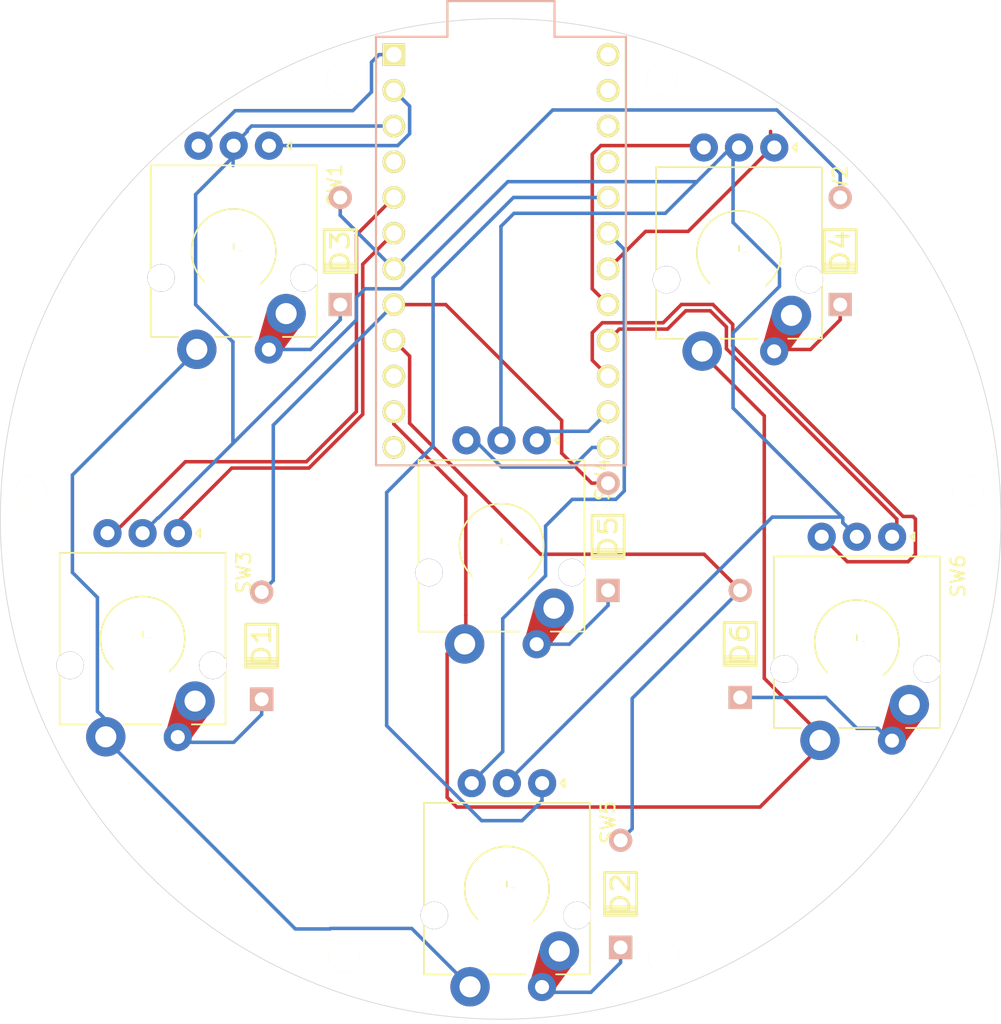
<source format=kicad_pcb>
(kicad_pcb (version 20171130) (host pcbnew "(5.1.4)-1")

  (general
    (thickness 1.6)
    (drawings 1)
    (tracks 196)
    (zones 0)
    (modules 21)
    (nets 32)
  )

  (page A4)
  (layers
    (0 F.Cu signal)
    (31 B.Cu signal)
    (32 B.Adhes user)
    (33 F.Adhes user)
    (34 B.Paste user)
    (35 F.Paste user)
    (36 B.SilkS user)
    (37 F.SilkS user)
    (38 B.Mask user)
    (39 F.Mask user)
    (40 Dwgs.User user)
    (41 Cmts.User user)
    (42 Eco1.User user)
    (43 Eco2.User user)
    (44 Edge.Cuts user)
    (45 Margin user)
    (46 B.CrtYd user)
    (47 F.CrtYd user)
    (48 B.Fab user)
    (49 F.Fab user)
  )

  (setup
    (last_trace_width 0.25)
    (trace_clearance 0.2)
    (zone_clearance 0.508)
    (zone_45_only no)
    (trace_min 0.2)
    (via_size 0.8)
    (via_drill 0.4)
    (via_min_size 0.4)
    (via_min_drill 0.3)
    (uvia_size 0.3)
    (uvia_drill 0.1)
    (uvias_allowed no)
    (uvia_min_size 0.2)
    (uvia_min_drill 0.1)
    (edge_width 0.05)
    (segment_width 0.2)
    (pcb_text_width 0.3)
    (pcb_text_size 1.5 1.5)
    (mod_edge_width 0.12)
    (mod_text_size 1 1)
    (mod_text_width 0.15)
    (pad_size 1.524 1.524)
    (pad_drill 0.762)
    (pad_to_mask_clearance 0.051)
    (solder_mask_min_width 0.25)
    (aux_axis_origin 0 0)
    (visible_elements 7FFFFFFF)
    (pcbplotparams
      (layerselection 0x01cfc_ffffffff)
      (usegerberextensions false)
      (usegerberattributes false)
      (usegerberadvancedattributes false)
      (creategerberjobfile false)
      (excludeedgelayer true)
      (linewidth 0.100000)
      (plotframeref false)
      (viasonmask false)
      (mode 1)
      (useauxorigin false)
      (hpglpennumber 1)
      (hpglpenspeed 20)
      (hpglpendiameter 15.000000)
      (psnegative false)
      (psa4output false)
      (plotreference true)
      (plotvalue false)
      (plotinvisibletext false)
      (padsonsilk false)
      (subtractmaskfromsilk false)
      (outputformat 1)
      (mirror false)
      (drillshape 0)
      (scaleselection 1)
      (outputdirectory "D:/Keyboard/6btn-macropad/Gerber/"))
  )

  (net 0 "")
  (net 1 "Net-(D1-Pad2)")
  (net 2 ROW1)
  (net 3 "Net-(D2-Pad2)")
  (net 4 ROW2)
  (net 5 "Net-(D3-Pad2)")
  (net 6 ROW0)
  (net 7 "Net-(D4-Pad2)")
  (net 8 "Net-(D5-Pad2)")
  (net 9 "Net-(D6-Pad2)")
  (net 10 "Net-(SW1-PadS1)")
  (net 11 RE2-1)
  (net 12 GND)
  (net 13 RE2-0)
  (net 14 RE4-1)
  (net 15 RE4-0)
  (net 16 RE0-1)
  (net 17 RE0-0)
  (net 18 COL1)
  (net 19 RE1-1)
  (net 20 RE1-0)
  (net 21 RE3-1)
  (net 22 RE3-0)
  (net 23 RE5-1)
  (net 24 RE5-0)
  (net 25 "Net-(U1-Pad24)")
  (net 26 "Net-(U1-Pad23)")
  (net 27 "Net-(U1-Pad22)")
  (net 28 "Net-(U1-Pad21)")
  (net 29 "Net-(U1-Pad12)")
  (net 30 COL0)
  (net 31 "Net-(U1-Pad4)")

  (net_class Default "This is the default net class."
    (clearance 0.2)
    (trace_width 0.25)
    (via_dia 0.8)
    (via_drill 0.4)
    (uvia_dia 0.3)
    (uvia_drill 0.1)
    (add_net COL0)
    (add_net COL1)
    (add_net GND)
    (add_net "Net-(D1-Pad2)")
    (add_net "Net-(D2-Pad2)")
    (add_net "Net-(D3-Pad2)")
    (add_net "Net-(D4-Pad2)")
    (add_net "Net-(D5-Pad2)")
    (add_net "Net-(D6-Pad2)")
    (add_net "Net-(SW1-PadS1)")
    (add_net "Net-(U1-Pad12)")
    (add_net "Net-(U1-Pad21)")
    (add_net "Net-(U1-Pad22)")
    (add_net "Net-(U1-Pad23)")
    (add_net "Net-(U1-Pad24)")
    (add_net "Net-(U1-Pad4)")
    (add_net RE0-0)
    (add_net RE0-1)
    (add_net RE1-0)
    (add_net RE1-1)
    (add_net RE2-0)
    (add_net RE2-1)
    (add_net RE3-0)
    (add_net RE3-1)
    (add_net RE4-0)
    (add_net RE4-1)
    (add_net RE5-0)
    (add_net RE5-1)
    (add_net ROW0)
    (add_net ROW1)
    (add_net ROW2)
  )

  (module art:moon-phases (layer B.Cu) (tedit 0) (tstamp 5D84CF78)
    (at 149.7711 102.9208)
    (fp_text reference G*** (at 0 0) (layer B.SilkS) hide
      (effects (font (size 1.524 1.524) (thickness 0.3)) (justify mirror))
    )
    (fp_text value LOGO (at 0.75 0) (layer B.SilkS) hide
      (effects (font (size 1.524 1.524) (thickness 0.3)) (justify mirror))
    )
    (fp_poly (pts (xy 1.509014 -23.926263) (xy 2.36015 -24.196615) (xy 3.16951 -24.614302) (xy 3.919201 -25.179323)
      (xy 4.150505 -25.398161) (xy 4.764156 -26.12423) (xy 5.230474 -26.915873) (xy 5.549457 -27.755198)
      (xy 5.721107 -28.624313) (xy 5.745422 -29.505327) (xy 5.622404 -30.380348) (xy 5.352051 -31.231484)
      (xy 4.934364 -32.040843) (xy 4.369344 -32.790534) (xy 4.150505 -33.021838) (xy 3.416407 -33.640604)
      (xy 2.605639 -34.113011) (xy 1.734457 -34.43426) (xy 0.81912 -34.599548) (xy -0.124115 -34.604074)
      (xy -0.846667 -34.497676) (xy -1.628378 -34.252466) (xy -2.397034 -33.86291) (xy -3.112145 -33.35176)
      (xy -3.473172 -33.021838) (xy -4.086823 -32.295769) (xy -4.553141 -31.504126) (xy -4.872124 -30.664802)
      (xy -5.043774 -29.795686) (xy -5.059938 -29.21) (xy -4.907727 -29.21) (xy -4.825776 -30.089161)
      (xy -4.589558 -30.944145) (xy -4.213522 -31.751645) (xy -3.712119 -32.488352) (xy -3.099799 -33.130956)
      (xy -2.391012 -33.65615) (xy -2.027084 -33.856585) (xy -1.151242 -34.21351) (xy -0.29019 -34.407439)
      (xy 0.57591 -34.441127) (xy 1.397 -34.332388) (xy 2.260684 -34.067671) (xy 3.061051 -33.657352)
      (xy 3.780717 -33.118813) (xy 4.402302 -32.469435) (xy 4.908424 -31.7266) (xy 5.281701 -30.90769)
      (xy 5.461055 -30.268333) (xy 5.566718 -29.367994) (xy 5.514083 -28.476983) (xy 5.312665 -27.614988)
      (xy 4.971977 -26.801694) (xy 4.501534 -26.05679) (xy 3.910847 -25.399962) (xy 3.209432 -24.850898)
      (xy 2.704417 -24.563962) (xy 1.805039 -24.201258) (xy 0.916065 -24.007061) (xy 0.031199 -23.981373)
      (xy -0.855856 -24.124193) (xy -1.751394 -24.435521) (xy -2.027084 -24.563962) (xy -2.775721 -25.024708)
      (xy -3.43497 -25.613985) (xy -3.99037 -26.308469) (xy -4.42746 -27.084838) (xy -4.731779 -27.919769)
      (xy -4.888866 -28.789937) (xy -4.907727 -29.21) (xy -5.059938 -29.21) (xy -5.068089 -28.914673)
      (xy -4.945071 -28.039652) (xy -4.674718 -27.188516) (xy -4.257031 -26.379157) (xy -3.692011 -25.629465)
      (xy -3.473172 -25.398161) (xy -2.747103 -24.78451) (xy -1.95546 -24.318192) (xy -1.116135 -23.999209)
      (xy -0.24702 -23.82756) (xy 0.633994 -23.803244) (xy 1.509014 -23.926263)) (layer Eco2.User) (width 0.01))
    (fp_poly (pts (xy -18.978731 -14.731034) (xy -18.107129 -14.963844) (xy -17.29607 -15.334494) (xy -16.559763 -15.828775)
      (xy -15.912418 -16.432478) (xy -15.368243 -17.131394) (xy -14.941448 -17.911314) (xy -14.646241 -18.758029)
      (xy -14.496831 -19.657329) (xy -14.48094 -20.066) (xy -14.561593 -20.985389) (xy -14.794117 -21.857528)
      (xy -15.164359 -22.668387) (xy -15.658166 -23.403936) (xy -16.261385 -24.050146) (xy -16.959863 -24.592988)
      (xy -17.739448 -25.018431) (xy -18.585985 -25.312446) (xy -19.485323 -25.461004) (xy -19.939 -25.476465)
      (xy -20.351731 -25.454354) (xy -20.798332 -25.402758) (xy -21.082 -25.353007) (xy -21.939214 -25.08515)
      (xy -22.73091 -24.673653) (xy -23.442908 -24.136237) (xy -24.061027 -23.490626) (xy -24.571085 -22.754542)
      (xy -24.958903 -21.945709) (xy -25.210298 -21.081849) (xy -25.31109 -20.180686) (xy -25.312393 -20.066)
      (xy -25.307672 -20.012337) (xy -21.046829 -20.012337) (xy -21.041982 -20.759151) (xy -21.025205 -21.474979)
      (xy -20.996492 -22.126641) (xy -20.955834 -22.680959) (xy -20.903222 -23.104752) (xy -20.893881 -23.157242)
      (xy -20.736905 -23.89059) (xy -20.568728 -24.487691) (xy -20.392499 -24.941015) (xy -20.211367 -25.243037)
      (xy -20.028479 -25.386229) (xy -19.956869 -25.397386) (xy -19.826686 -25.385734) (xy -19.579898 -25.3575)
      (xy -19.267738 -25.318573) (xy -19.239154 -25.314872) (xy -18.367664 -25.118888) (xy -17.547357 -24.773467)
      (xy -16.795959 -24.295169) (xy -16.131193 -23.700553) (xy -15.570786 -23.006175) (xy -15.13246 -22.228597)
      (xy -14.833941 -21.384375) (xy -14.779999 -21.149069) (xy -14.677633 -20.504662) (xy -14.656955 -19.923974)
      (xy -14.717965 -19.322399) (xy -14.779999 -18.98293) (xy -15.007364 -18.178449) (xy -15.353498 -17.457506)
      (xy -15.837681 -16.785057) (xy -16.210965 -16.381799) (xy -16.854945 -15.806585) (xy -17.501447 -15.376569)
      (xy -18.190109 -15.071732) (xy -18.960572 -14.872058) (xy -19.312661 -14.815481) (xy -19.655002 -14.771496)
      (xy -19.874228 -14.7574) (xy -20.014692 -14.778004) (xy -20.120744 -14.838117) (xy -20.204591 -14.912222)
      (xy -20.368621 -15.147036) (xy -20.53306 -15.537377) (xy -20.693327 -16.069512) (xy -20.844843 -16.72971)
      (xy -20.892407 -16.974758) (xy -20.947086 -17.37881) (xy -20.989876 -17.917774) (xy -21.020768 -18.558469)
      (xy -21.039755 -19.267717) (xy -21.046829 -20.012337) (xy -25.307672 -20.012337) (xy -25.231632 -19.148064)
      (xy -24.998822 -18.276462) (xy -24.628173 -17.465403) (xy -24.133892 -16.729096) (xy -23.530189 -16.081751)
      (xy -22.831273 -15.537576) (xy -22.051353 -15.110781) (xy -21.204638 -14.815574) (xy -20.305337 -14.666164)
      (xy -19.896667 -14.650273) (xy -18.978731 -14.731034)) (layer Eco2.User) (width 0.01))
    (fp_poly (pts (xy 21.151681 -14.697596) (xy 22.002817 -14.967949) (xy 22.812176 -15.385635) (xy 23.561868 -15.950656)
      (xy 23.793172 -16.169495) (xy 24.407521 -16.896157) (xy 24.874179 -17.687968) (xy 25.193153 -18.527259)
      (xy 25.364449 -19.396357) (xy 25.388074 -20.277594) (xy 25.264035 -21.153298) (xy 24.992337 -22.005798)
      (xy 24.572988 -22.817425) (xy 24.005995 -23.570507) (xy 23.790306 -23.79933) (xy 23.064156 -24.413163)
      (xy 22.258555 -24.882864) (xy 21.390625 -25.203395) (xy 20.477492 -25.369715) (xy 19.536279 -25.376785)
      (xy 18.796 -25.269009) (xy 18.014289 -25.023799) (xy 17.245633 -24.634243) (xy 16.530522 -24.123093)
      (xy 16.169495 -23.793172) (xy 15.555843 -23.067103) (xy 15.089526 -22.27546) (xy 14.770542 -21.436135)
      (xy 14.598893 -20.56702) (xy 14.582729 -19.981333) (xy 14.732 -19.981333) (xy 14.780504 -20.585531)
      (xy 14.914058 -21.24961) (xy 15.114725 -21.899035) (xy 15.296761 -22.328152) (xy 15.73487 -23.046987)
      (xy 16.300138 -23.699076) (xy 16.96454 -24.263869) (xy 17.700045 -24.720814) (xy 18.478625 -25.049358)
      (xy 19.248897 -25.225981) (xy 19.644303 -25.274514) (xy 19.909605 -25.29454) (xy 20.082169 -25.282622)
      (xy 20.199359 -25.235325) (xy 20.298538 -25.149213) (xy 20.318989 -25.12758) (xy 20.465029 -24.89575)
      (xy 20.617314 -24.516362) (xy 20.769018 -24.010687) (xy 20.913313 -23.399995) (xy 20.978547 -23.072575)
      (xy 21.033035 -22.672276) (xy 21.075568 -22.136246) (xy 21.106156 -21.497664) (xy 21.124805 -20.78971)
      (xy 21.131523 -20.045564) (xy 21.12632 -19.298405) (xy 21.109202 -18.581412) (xy 21.080177 -17.927764)
      (xy 21.039254 -17.370642) (xy 20.98644 -16.943224) (xy 20.977073 -16.890091) (xy 20.829473 -16.190428)
      (xy 20.671603 -15.614269) (xy 20.508041 -15.175347) (xy 20.343367 -14.887395) (xy 20.289257 -14.827555)
      (xy 20.179872 -14.734575) (xy 20.069415 -14.684721) (xy 19.913534 -14.673182) (xy 19.667877 -14.695148)
      (xy 19.397327 -14.730814) (xy 18.581418 -14.892827) (xy 17.863713 -15.151718) (xy 17.204572 -15.527505)
      (xy 16.564357 -16.040206) (xy 16.295632 -16.297132) (xy 15.901488 -16.714752) (xy 15.608263 -17.088967)
      (xy 15.37689 -17.471651) (xy 15.306464 -17.610667) (xy 15.060048 -18.219686) (xy 14.871231 -18.891891)
      (xy 14.757527 -19.555002) (xy 14.732 -19.981333) (xy 14.582729 -19.981333) (xy 14.574578 -19.686006)
      (xy 14.697596 -18.810985) (xy 14.967949 -17.959849) (xy 15.385635 -17.15049) (xy 15.950656 -16.400799)
      (xy 16.169495 -16.169495) (xy 16.895564 -15.555843) (xy 17.687207 -15.089526) (xy 18.526531 -14.770542)
      (xy 19.395647 -14.598893) (xy 20.27666 -14.574578) (xy 21.151681 -14.697596)) (layer Eco2.User) (width 0.01))
    (fp_poly (pts (xy 30.549681 4.945071) (xy 31.400817 4.674718) (xy 32.210176 4.257031) (xy 32.959868 3.692011)
      (xy 33.191172 3.473172) (xy 33.805521 2.74651) (xy 34.272179 1.954699) (xy 34.591153 1.115408)
      (xy 34.762449 0.246309) (xy 34.786074 -0.634927) (xy 34.662035 -1.510631) (xy 34.390337 -2.363132)
      (xy 33.970988 -3.174758) (xy 33.403995 -3.92784) (xy 33.188306 -4.156664) (xy 32.462156 -4.770497)
      (xy 31.656555 -5.240198) (xy 30.788625 -5.560728) (xy 29.875492 -5.727048) (xy 28.934279 -5.734119)
      (xy 28.194 -5.626342) (xy 27.412289 -5.381132) (xy 26.643633 -4.991577) (xy 25.928522 -4.480427)
      (xy 25.567495 -4.150505) (xy 24.953843 -3.424436) (xy 24.487526 -2.632793) (xy 24.168542 -1.793468)
      (xy 23.996893 -0.924353) (xy 23.972578 -0.043339) (xy 23.97494 -0.026534) (xy 24.140378 -0.026534)
      (xy 24.160436 -0.898941) (xy 24.328748 -1.758894) (xy 24.645353 -2.587739) (xy 25.110292 -3.366824)
      (xy 25.526786 -3.875566) (xy 26.139351 -4.464283) (xy 26.768134 -4.914141) (xy 27.454301 -5.25377)
      (xy 27.577621 -5.301853) (xy 27.959971 -5.425163) (xy 28.386493 -5.530512) (xy 28.800613 -5.606745)
      (xy 29.145756 -5.642705) (xy 29.294667 -5.64046) (xy 29.320791 -5.622121) (xy 29.343134 -5.564643)
      (xy 29.361985 -5.456069) (xy 29.377627 -5.284444) (xy 29.390349 -5.037812) (xy 29.400436 -4.704217)
      (xy 29.408175 -4.271702) (xy 29.413851 -3.728313) (xy 29.417752 -3.062092) (xy 29.420163 -2.261083)
      (xy 29.421371 -1.313332) (xy 29.421667 -0.337507) (xy 29.421667 4.953) (xy 28.913667 4.925109)
      (xy 28.400168 4.850503) (xy 27.819872 4.691945) (xy 27.23776 4.471823) (xy 26.718816 4.212521)
      (xy 26.561219 4.11472) (xy 26.272713 3.897064) (xy 25.936776 3.604655) (xy 25.615247 3.292101)
      (xy 25.54189 3.214547) (xy 24.96933 2.478866) (xy 24.544865 1.681023) (xy 24.268535 0.839672)
      (xy 24.140378 -0.026534) (xy 23.97494 -0.026534) (xy 24.095596 0.831681) (xy 24.365949 1.682817)
      (xy 24.783635 2.492177) (xy 25.348656 3.241868) (xy 25.567495 3.473172) (xy 26.293564 4.086823)
      (xy 27.085207 4.553141) (xy 27.924531 4.872124) (xy 28.793647 5.043774) (xy 29.67466 5.068089)
      (xy 30.549681 4.945071)) (layer Eco2.User) (width 0.01))
    (fp_poly (pts (xy -28.715397 5.419632) (xy -27.843795 5.186822) (xy -27.032737 4.816173) (xy -26.29643 4.321892)
      (xy -25.649085 3.718189) (xy -25.10491 3.019273) (xy -24.678115 2.239353) (xy -24.382907 1.392638)
      (xy -24.233498 0.493337) (xy -24.217607 0.084667) (xy -24.297049 -0.839868) (xy -24.525848 -1.709443)
      (xy -24.889715 -2.51261) (xy -25.374359 -3.237924) (xy -25.965493 -3.873937) (xy -26.648825 -4.409204)
      (xy -27.410066 -4.832278) (xy -28.234927 -5.131713) (xy -29.109118 -5.296062) (xy -30.018349 -5.313878)
      (xy -30.541862 -5.241355) (xy -29.464 -5.241355) (xy -29.0195 -5.19555) (xy -28.663772 -5.143327)
      (xy -28.272339 -5.06357) (xy -28.109333 -5.022696) (xy -27.356439 -4.733826) (xy -26.64076 -4.299389)
      (xy -25.985881 -3.742602) (xy -25.415382 -3.086683) (xy -24.952846 -2.354848) (xy -24.630873 -1.598143)
      (xy -24.539001 -1.289513) (xy -24.47883 -1.000069) (xy -24.444177 -0.678948) (xy -24.428861 -0.275284)
      (xy -24.426333 0.084667) (xy -24.454945 0.834384) (xy -24.549734 1.47189) (xy -24.724135 2.045879)
      (xy -24.991579 2.605048) (xy -25.229198 2.995172) (xy -25.812935 3.745559) (xy -26.494186 4.36562)
      (xy -27.259859 4.847168) (xy -28.096862 5.182018) (xy -28.992102 5.361986) (xy -29.0195 5.364884)
      (xy -29.464 5.410689) (xy -29.464 -5.241355) (xy -30.541862 -5.241355) (xy -30.818667 -5.203009)
      (xy -31.648659 -4.941952) (xy -32.431584 -4.533988) (xy -33.147366 -3.999376) (xy -33.775928 -3.358379)
      (xy -34.297193 -2.631257) (xy -34.691083 -1.83827) (xy -34.925722 -1.058333) (xy -35.037919 -0.131491)
      (xy -34.993602 0.772135) (xy -34.804325 1.638226) (xy -34.481641 2.452464) (xy -34.037103 3.200533)
      (xy -33.482264 3.868114) (xy -32.828677 4.44089) (xy -32.087896 4.904544) (xy -31.271474 5.244758)
      (xy -30.390963 5.447215) (xy -29.633333 5.500393) (xy -28.715397 5.419632)) (layer Eco2.User) (width 0.01))
    (fp_poly (pts (xy 22.506348 24.587737) (xy 23.357484 24.317385) (xy 24.166843 23.899698) (xy 24.916534 23.334677)
      (xy 25.147838 23.115839) (xy 25.76149 22.38977) (xy 26.227807 21.598127) (xy 26.546791 20.758802)
      (xy 26.71844 19.889687) (xy 26.742755 19.008673) (xy 26.619737 18.133652) (xy 26.349384 17.282516)
      (xy 25.931698 16.473157) (xy 25.366677 15.723466) (xy 25.147838 15.492162) (xy 24.41374 14.873396)
      (xy 23.602972 14.400989) (xy 22.731791 14.07974) (xy 21.816454 13.914452) (xy 20.873219 13.909926)
      (xy 20.150667 14.016324) (xy 19.368955 14.261534) (xy 18.6003 14.65109) (xy 17.885189 15.16224)
      (xy 17.524161 15.492162) (xy 16.91051 16.218231) (xy 16.444192 17.009874) (xy 16.125209 17.849198)
      (xy 15.95356 18.718314) (xy 15.941106 19.169547) (xy 16.093246 19.169547) (xy 16.188375 18.275827)
      (xy 16.429835 17.413408) (xy 16.816367 16.607687) (xy 16.966523 16.371819) (xy 17.291192 15.958966)
      (xy 17.708633 15.521987) (xy 18.162165 15.116358) (xy 18.534636 14.837039) (xy 18.88082 14.637932)
      (xy 19.303538 14.44257) (xy 19.752572 14.269536) (xy 20.177709 14.137412) (xy 20.52873 14.064781)
      (xy 20.644013 14.05647) (xy 20.925692 14.054667) (xy 20.664581 14.315778) (xy 20.253268 14.836855)
      (xy 19.911301 15.50287) (xy 19.641655 16.302972) (xy 19.447307 17.226316) (xy 19.331231 18.262052)
      (xy 19.296131 19.304) (xy 19.337283 20.432975) (xy 19.458825 21.457678) (xy 19.657881 22.367686)
      (xy 19.931578 23.152575) (xy 20.277042 23.801922) (xy 20.66931 24.283979) (xy 20.944812 24.553333)
      (xy 20.67911 24.553334) (xy 20.358913 24.512609) (xy 19.944962 24.402744) (xy 19.488418 24.242204)
      (xy 19.040438 24.049453) (xy 18.652182 23.842953) (xy 18.573598 23.793417) (xy 18.09919 23.432258)
      (xy 17.619097 22.980138) (xy 17.178505 22.485463) (xy 16.822598 21.996639) (xy 16.698421 21.784554)
      (xy 16.347011 20.949307) (xy 16.145705 20.069173) (xy 16.093246 19.169547) (xy 15.941106 19.169547)
      (xy 15.929244 19.599327) (xy 16.052263 20.474348) (xy 16.322615 21.325484) (xy 16.740302 22.134843)
      (xy 17.305323 22.884535) (xy 17.524161 23.115839) (xy 18.25023 23.72949) (xy 19.041873 24.195808)
      (xy 19.881198 24.514791) (xy 20.750313 24.68644) (xy 21.631327 24.710756) (xy 22.506348 24.587737)) (layer Eco2.User) (width 0.01))
    (fp_poly (pts (xy -20.165652 25.603737) (xy -19.314516 25.333385) (xy -18.505157 24.915698) (xy -17.755466 24.350677)
      (xy -17.524162 24.131839) (xy -16.91051 23.40577) (xy -16.444193 22.614127) (xy -16.125209 21.774802)
      (xy -15.95356 20.905687) (xy -15.929245 20.024673) (xy -16.052263 19.149652) (xy -16.322616 18.298516)
      (xy -16.740302 17.489157) (xy -17.305323 16.739466) (xy -17.524162 16.508162) (xy -18.25826 15.889396)
      (xy -19.069028 15.416989) (xy -19.940209 15.09574) (xy -20.855546 14.930452) (xy -21.798781 14.925926)
      (xy -22.521333 15.032324) (xy -23.303045 15.277534) (xy -24.0717 15.66709) (xy -24.786811 16.17824)
      (xy -25.147839 16.508162) (xy -25.76149 17.234231) (xy -26.227808 18.025874) (xy -26.546791 18.865198)
      (xy -26.71844 19.734314) (xy -26.742756 20.615327) (xy -26.619737 21.490348) (xy -26.349385 22.341484)
      (xy -25.931698 23.150843) (xy -25.366677 23.900535) (xy -25.147839 24.131839) (xy -24.42177 24.74549)
      (xy -23.630127 25.211808) (xy -22.790802 25.530791) (xy -22.595652 25.569333) (xy -20.944813 25.569333)
      (xy -20.66931 25.299979) (xy -20.258297 24.789128) (xy -19.916319 24.132827) (xy -19.646249 23.341499)
      (xy -19.450962 22.425568) (xy -19.333332 21.395459) (xy -19.296131 20.32) (xy -19.337628 19.190516)
      (xy -19.460133 18.163452) (xy -19.660672 17.249656) (xy -19.936267 16.459976) (xy -20.283943 15.805262)
      (xy -20.664581 15.331778) (xy -20.925692 15.070667) (xy -20.66955 15.070667) (xy -20.467016 15.096167)
      (xy -20.163707 15.163651) (xy -19.818825 15.259592) (xy -19.752871 15.280116) (xy -18.961024 15.614269)
      (xy -18.226075 16.085631) (xy -17.568538 16.671364) (xy -17.008929 17.348634) (xy -16.567761 18.094604)
      (xy -16.265551 18.88644) (xy -16.179158 19.2581) (xy -16.091971 20.150604) (xy -16.148643 21.056905)
      (xy -16.343073 21.935395) (xy -16.669164 22.744467) (xy -16.698421 22.800554) (xy -16.999465 23.27013)
      (xy -17.406237 23.768102) (xy -17.873555 24.246064) (xy -18.356232 24.655609) (xy -18.573598 24.809417)
      (xy -18.939917 25.016468) (xy -19.378232 25.214201) (xy -19.837386 25.384153) (xy -20.26622 25.507859)
      (xy -20.613575 25.566855) (xy -20.67911 25.569333) (xy -20.944813 25.569333) (xy -22.595652 25.569333)
      (xy -21.921687 25.70244) (xy -21.040673 25.726756) (xy -20.165652 25.603737)) (layer Eco2.User) (width 0.01))
    (fp_poly (pts (xy 1.001014 34.493737) (xy 1.85215 34.223385) (xy 2.66151 33.805698) (xy 3.411201 33.240677)
      (xy 3.642505 33.021839) (xy 4.256854 32.295177) (xy 4.723513 31.503365) (xy 5.042486 30.664075)
      (xy 5.213782 29.794976) (xy 5.237407 28.913739) (xy 5.113368 28.038035) (xy 4.84167 27.185535)
      (xy 4.422322 26.373909) (xy 3.855329 25.620827) (xy 3.639639 25.392003) (xy 2.913638 24.778342)
      (xy 2.108091 24.308653) (xy 1.240349 23.98804) (xy 0.327764 23.821607) (xy -0.612311 23.814458)
      (xy -1.354667 23.922993) (xy -2.175508 24.181243) (xy -2.967332 24.58911) (xy -3.695117 25.126985)
      (xy -3.978306 25.392003) (xy -4.593203 26.122293) (xy -5.060457 26.91686) (xy -5.380062 27.758035)
      (xy -5.552011 28.628147) (xy -5.576298 29.509525) (xy -5.452916 30.384499) (xy -5.181859 31.235398)
      (xy -4.763119 32.044551) (xy -4.19669 32.794288) (xy -3.981172 33.021839) (xy -3.255103 33.63549)
      (xy -2.46346 34.101808) (xy -1.624135 34.420791) (xy -0.75502 34.59244) (xy 0.125994 34.616756)
      (xy 1.001014 34.493737)) (layer Eco2.User) (width 0.01))
  )

  (module art:star locked (layer F.Cu) (tedit 0) (tstamp 5D84CEE1)
    (at 149.4917 106.6546)
    (fp_text reference G*** (at 0 0) (layer F.SilkS) hide
      (effects (font (size 1.524 1.524) (thickness 0.3)))
    )
    (fp_text value LOGO (at 0.75 0) (layer F.SilkS) hide
      (effects (font (size 1.524 1.524) (thickness 0.3)))
    )
    (fp_poly (pts (xy 20.880862 -32.318028) (xy 20.859462 -32.235034) (xy 20.789313 -32.000459) (xy 20.673463 -31.623939)
      (xy 20.514958 -31.115109) (xy 20.316847 -30.483604) (xy 20.082178 -29.739061) (xy 19.813997 -28.891115)
      (xy 19.515354 -27.949402) (xy 19.189295 -26.923557) (xy 18.838869 -25.823216) (xy 18.467123 -24.658015)
      (xy 18.077105 -23.437588) (xy 17.671862 -22.171573) (xy 17.646065 -22.091048) (xy 17.232741 -20.800923)
      (xy 16.829403 -19.541928) (xy 16.439546 -18.32498) (xy 16.066669 -17.160995) (xy 15.714267 -16.060891)
      (xy 15.385837 -15.035585) (xy 15.084877 -14.095993) (xy 14.814883 -13.253033) (xy 14.579351 -12.517621)
      (xy 14.38178 -11.900674) (xy 14.225665 -11.413109) (xy 14.114503 -11.065843) (xy 14.054947 -10.879667)
      (xy 13.888169 -10.358184) (xy 13.699638 -9.769207) (xy 13.516975 -9.198998) (xy 13.414124 -8.878204)
      (xy 13.295521 -8.48837) (xy 13.204992 -8.151438) (xy 13.151282 -7.902973) (xy 13.143135 -7.778541)
      (xy 13.143507 -7.777537) (xy 13.216545 -7.716157) (xy 13.420134 -7.562216) (xy 13.746724 -7.321143)
      (xy 14.188766 -6.998368) (xy 14.738711 -6.599321) (xy 15.389009 -6.12943) (xy 16.132111 -5.594126)
      (xy 16.960467 -4.998837) (xy 17.866528 -4.348994) (xy 18.842745 -3.650025) (xy 19.881569 -2.90736)
      (xy 20.975449 -2.12643) (xy 22.116837 -1.312662) (xy 23.298183 -0.471488) (xy 23.663377 -0.211667)
      (xy 34.137766 7.239) (xy 28.52005 7.337007) (xy 27.350142 7.357459) (xy 26.066211 7.379979)
      (xy 24.706414 7.403893) (xy 23.308909 7.428528) (xy 21.911853 7.453209) (xy 20.553406 7.477263)
      (xy 19.271724 7.500017) (xy 18.104967 7.520796) (xy 17.653 7.528868) (xy 16.647471 7.546169)
      (xy 15.631178 7.562389) (xy 14.627424 7.577239) (xy 13.659507 7.590424) (xy 12.750728 7.601653)
      (xy 11.924389 7.610634) (xy 11.203788 7.617074) (xy 10.612228 7.620683) (xy 10.276105 7.621361)
      (xy 8.148543 7.62) (xy 8.058447 7.852833) (xy 8.007658 7.998245) (xy 7.914344 8.279106)
      (xy 7.78697 8.66939) (xy 7.634 9.143072) (xy 7.4639 9.674126) (xy 7.363112 9.990666)
      (xy 7.16756 10.605372) (xy 6.966544 11.235842) (xy 6.773234 11.840869) (xy 6.600801 12.379246)
      (xy 6.462415 12.809765) (xy 6.429527 12.911666) (xy 6.188489 13.658773) (xy 5.91952 14.494711)
      (xy 5.626304 15.407897) (xy 5.312523 16.386748) (xy 4.981863 17.419679) (xy 4.638007 18.495109)
      (xy 4.284639 19.601453) (xy 3.925442 20.727128) (xy 3.5641 21.86055) (xy 3.204296 22.990136)
      (xy 2.849716 24.104303) (xy 2.504042 25.191467) (xy 2.170958 26.240044) (xy 1.854148 27.238452)
      (xy 1.557296 28.175106) (xy 1.284085 29.038424) (xy 1.038199 29.816822) (xy 0.823323 30.498717)
      (xy 0.643139 31.072525) (xy 0.501331 31.526662) (xy 0.401584 31.849545) (xy 0.347581 32.029592)
      (xy 0.338667 32.064153) (xy 0.303078 32.167702) (xy 0.227228 32.145611) (xy 0.157492 32.017733)
      (xy 0.148701 31.982833) (xy 0.117099 31.877526) (xy 0.034518 31.617187) (xy -0.097135 31.20765)
      (xy -0.275957 30.654745) (xy -0.50004 29.964305) (xy -0.76748 29.142163) (xy -1.076371 28.19415)
      (xy -1.424809 27.126099) (xy -1.810887 25.943842) (xy -2.2327 24.653211) (xy -2.688342 23.260038)
      (xy -3.175909 21.770156) (xy -3.693495 20.189396) (xy -4.239194 18.523591) (xy -4.811102 16.778573)
      (xy -5.407311 14.960174) (xy -6.025919 13.074226) (xy -6.665017 11.126562) (xy -6.704367 11.006666)
      (xy -6.897801 10.416108) (xy -7.081455 9.853194) (xy -7.246239 9.345953) (xy -7.383066 8.922414)
      (xy -7.482847 8.610605) (xy -7.527985 8.466666) (xy -7.670795 8.001) (xy -10.037231 8.018685)
      (xy -10.462959 8.022232) (xy -10.938357 8.026919) (xy -11.471052 8.032863) (xy -12.068674 8.040182)
      (xy -12.738851 8.048992) (xy -13.489211 8.059409) (xy -14.327384 8.071552) (xy -15.260998 8.085537)
      (xy -16.297681 8.10148) (xy -17.445063 8.119499) (xy -18.710771 8.13971) (xy -20.102435 8.16223)
      (xy -21.627682 8.187177) (xy -23.294142 8.214666) (xy -25.109443 8.244816) (xy -27.081214 8.277742)
      (xy -28.521362 8.30188) (xy -29.450553 8.31704) (xy -30.328505 8.330523) (xy -31.140771 8.342162)
      (xy -31.8729 8.35179) (xy -32.510443 8.35924) (xy -33.038952 8.364347) (xy -33.443976 8.366942)
      (xy -33.711067 8.366859) (xy -33.825775 8.363932) (xy -33.829088 8.363134) (xy -33.765805 8.310274)
      (xy -33.574452 8.162417) (xy -33.262935 7.925482) (xy -33.2443 7.911406) (xy -3.960295 7.911406)
      (xy -3.937732 7.99282) (xy -3.86615 8.220322) (xy -3.750359 8.579453) (xy -3.595167 9.055751)
      (xy -3.405385 9.634754) (xy -3.185821 10.302001) (xy -2.941286 11.043032) (xy -2.676587 11.843385)
      (xy -2.396534 12.6886) (xy -2.105937 13.564214) (xy -1.809605 14.455767) (xy -1.512347 15.348798)
      (xy -1.218973 16.228846) (xy -0.934291 17.081449) (xy -0.663111 17.892146) (xy -0.410242 18.646477)
      (xy -0.180493 19.32998) (xy 0.021325 19.928194) (xy 0.190405 20.426658) (xy 0.321936 20.81091)
      (xy 0.41111 21.06649) (xy 0.447947 21.166666) (xy 0.46799 21.206894) (xy 0.491426 21.222059)
      (xy 0.522026 21.201403) (xy 0.563557 21.134166) (xy 0.61979 21.009591) (xy 0.694494 20.816918)
      (xy 0.791438 20.545388) (xy 0.914391 20.184243) (xy 1.067123 19.722724) (xy 1.253403 19.150073)
      (xy 1.477 18.455529) (xy 1.741684 17.628336) (xy 2.051223 16.657733) (xy 2.287021 15.917333)
      (xy 2.764462 14.416682) (xy 3.193181 13.066952) (xy 3.572819 11.869282) (xy 3.903021 10.824809)
      (xy 4.183426 9.934673) (xy 4.413678 9.200011) (xy 4.59342 8.621962) (xy 4.722292 8.201665)
      (xy 4.799938 7.940257) (xy 4.826 7.838878) (xy 4.826 7.838818) (xy 4.744543 7.82826)
      (xy 4.512964 7.820297) (xy 4.150454 7.814771) (xy 3.676203 7.811524) (xy 3.109399 7.810396)
      (xy 2.469233 7.81123) (xy 1.774894 7.813867) (xy 1.045572 7.818147) (xy 0.300457 7.823914)
      (xy -0.441262 7.831007) (xy -1.160394 7.839269) (xy -1.837751 7.848541) (xy -2.454142 7.858665)
      (xy -2.990378 7.869481) (xy -3.427269 7.880832) (xy -3.745625 7.892559) (xy -3.926256 7.904503)
      (xy -3.960295 7.911406) (xy -33.2443 7.911406) (xy -32.839159 7.605389) (xy -32.311032 7.208055)
      (xy -31.686459 6.739402) (xy -30.973346 6.205348) (xy -30.179599 5.611813) (xy -29.313125 4.964716)
      (xy -29.280429 4.940325) (xy -24.041152 4.940325) (xy -23.962436 4.9608) (xy -23.741316 4.973466)
      (xy -23.404558 4.97793) (xy -22.978929 4.973797) (xy -22.5425 4.962416) (xy -22.202159 4.953267)
      (xy -21.710609 4.943159) (xy -21.085969 4.932336) (xy -20.346359 4.921041) (xy -19.5099 4.909517)
      (xy -18.594711 4.898006) (xy -17.618912 4.886752) (xy -16.600622 4.875997) (xy -15.557961 4.865984)
      (xy -14.943667 4.860565) (xy -13.942833 4.851606) (xy -12.991737 4.842257) (xy -12.103894 4.832704)
      (xy -11.292816 4.823131) (xy -10.572018 4.813723) (xy -9.955013 4.804666) (xy -9.455314 4.796143)
      (xy -9.086436 4.78834) (xy -8.861892 4.781442) (xy -8.794609 4.776431) (xy -8.810771 4.693208)
      (xy -8.87475 4.467116) (xy -8.980765 4.115908) (xy -9.123032 3.657342) (xy -9.295768 3.109174)
      (xy -9.493191 2.489158) (xy -9.709517 1.815051) (xy -9.938964 1.104608) (xy -10.175748 0.375586)
      (xy -10.414088 -0.354261) (xy -10.6482 -1.067175) (xy -10.872301 -1.745402) (xy -11.080609 -2.371186)
      (xy -11.26734 -2.92677) (xy -11.426712 -3.394399) (xy -11.552941 -3.756318) (xy -11.640246 -3.99477)
      (xy -11.682842 -4.091999) (xy -11.683028 -4.092204) (xy -11.757895 -4.052656) (xy -11.957064 -3.920888)
      (xy -12.268782 -3.705493) (xy -12.681296 -3.41506) (xy -13.182852 -3.058181) (xy -13.761696 -2.643445)
      (xy -14.406075 -2.179444) (xy -15.104235 -1.674768) (xy -15.844423 -1.138008) (xy -16.614885 -0.577754)
      (xy -17.403867 -0.002597) (xy -18.199617 0.578873) (xy -18.990381 1.158064) (xy -19.764404 1.726386)
      (xy -20.509934 2.275248) (xy -21.215217 2.79606) (xy -21.8685 3.280232) (xy -22.458028 3.719172)
      (xy -22.972049 4.104289) (xy -23.398808 4.426994) (xy -23.726553 4.678696) (xy -23.94353 4.850804)
      (xy -24.037984 4.934726) (xy -24.041152 4.940325) (xy -29.280429 4.940325) (xy -28.381829 4.269976)
      (xy -27.393618 3.533512) (xy -26.356398 2.761244) (xy -25.278075 1.959092) (xy -24.91799 1.691385)
      (xy -23.792864 0.855019) (xy -22.683527 0.03038) (xy -21.599942 -0.775127) (xy -20.552072 -1.554095)
      (xy -19.549882 -2.299115) (xy -18.603335 -3.002781) (xy -17.722394 -3.657687) (xy -16.917022 -4.256424)
      (xy -16.197184 -4.791587) (xy -15.572843 -5.255768) (xy -15.053961 -5.64156) (xy -14.650503 -5.941556)
      (xy -14.372432 -6.148349) (xy -14.360931 -6.156903) (xy -13.99891 -6.429019) (xy -8.670265 -6.429019)
      (xy -8.658103 -6.337101) (xy -8.594867 -6.095288) (xy -8.483844 -5.714055) (xy -8.328323 -5.203878)
      (xy -8.131589 -4.575232) (xy -7.896932 -3.838593) (xy -7.627638 -3.004436) (xy -7.326995 -2.083236)
      (xy -6.99829 -1.085469) (xy -6.902942 -0.797631) (xy -5.059022 4.76241) (xy 0.370322 4.701295)
      (xy 1.313777 4.689845) (xy 2.206856 4.677397) (xy 3.035216 4.664254) (xy 3.784519 4.650723)
      (xy 4.440421 4.637106) (xy 4.988582 4.623708) (xy 5.414661 4.610834) (xy 5.704316 4.598789)
      (xy 5.843206 4.587875) (xy 5.853278 4.584923) (xy 5.877625 4.523639) (xy 9.144 4.523639)
      (xy 9.226088 4.533338) (xy 9.462073 4.54067) (xy 9.836537 4.545763) (xy 10.334062 4.548743)
      (xy 10.939231 4.54974) (xy 11.636626 4.548882) (xy 12.410828 4.546295) (xy 13.24642 4.542109)
      (xy 14.127985 4.536451) (xy 15.040103 4.529449) (xy 15.967358 4.521231) (xy 16.894331 4.511925)
      (xy 17.805605 4.501659) (xy 18.685762 4.49056) (xy 19.519383 4.478758) (xy 20.291052 4.466379)
      (xy 20.985349 4.453552) (xy 21.586858 4.440405) (xy 22.08016 4.427066) (xy 22.449838 4.413662)
      (xy 22.462083 4.413115) (xy 23.632892 4.360333) (xy 17.982771 0.254) (xy 17.110006 -0.380107)
      (xy 16.273121 -0.987772) (xy 15.482744 -1.561301) (xy 14.749502 -2.092998) (xy 14.084025 -2.57517)
      (xy 13.496941 -3.000119) (xy 12.998876 -3.360153) (xy 12.600461 -3.647575) (xy 12.312322 -3.85469)
      (xy 12.145089 -3.973804) (xy 12.109832 -3.998152) (xy 11.887014 -4.143971) (xy 10.515507 0.155439)
      (xy 10.254827 0.973874) (xy 10.010362 1.743832) (xy 9.786853 2.450211) (xy 9.589041 3.07791)
      (xy 9.421668 3.611826) (xy 9.289476 4.03686) (xy 9.197205 4.337908) (xy 9.149598 4.499871)
      (xy 9.144 4.523639) (xy 5.877625 4.523639) (xy 5.888881 4.49531) (xy 5.969857 4.260259)
      (xy 6.09096 3.89592) (xy 6.246942 3.418445) (xy 6.432555 2.843985) (xy 6.642554 2.188692)
      (xy 6.871691 1.468718) (xy 7.095235 0.762) (xy 7.357861 -0.070468) (xy 7.622595 -0.909258)
      (xy 7.881371 -1.728844) (xy 8.126125 -2.503697) (xy 8.348792 -3.208287) (xy 8.541308 -3.817088)
      (xy 8.695607 -4.304569) (xy 8.763778 -4.519661) (xy 8.93094 -5.049406) (xy 9.050833 -5.441573)
      (xy 9.128072 -5.719774) (xy 9.167274 -5.907621) (xy 9.173053 -6.028724) (xy 9.150024 -6.106695)
      (xy 9.102803 -6.165145) (xy 9.088154 -6.179106) (xy 8.999839 -6.247753) (xy 8.788441 -6.405613)
      (xy 8.467954 -6.642482) (xy 8.052372 -6.948156) (xy 7.55569 -7.31243) (xy 6.9919 -7.725101)
      (xy 6.374997 -8.175963) (xy 5.718974 -8.654813) (xy 5.037825 -9.151446) (xy 4.345544 -9.655658)
      (xy 3.656125 -10.157245) (xy 2.983561 -10.646002) (xy 2.341847 -11.111725) (xy 1.744975 -11.544209)
      (xy 1.20694 -11.933251) (xy 0.741737 -12.268645) (xy 0.443193 -12.483041) (xy 0.199707 -12.652942)
      (xy 0.046107 -12.735267) (xy -0.06441 -12.74239) (xy -0.178646 -12.686686) (xy -0.221734 -12.658856)
      (xy -0.328151 -12.583643) (xy -0.554004 -12.419992) (xy -0.884848 -12.178554) (xy -1.306238 -11.86998)
      (xy -1.803728 -11.504924) (xy -2.362873 -11.094036) (xy -2.969227 -10.647969) (xy -3.608346 -10.177374)
      (xy -4.265784 -9.692904) (xy -4.927095 -9.205209) (xy -5.577835 -8.724942) (xy -6.203557 -8.262754)
      (xy -6.789816 -7.829299) (xy -7.322168 -7.435226) (xy -7.786166 -7.091188) (xy -8.167366 -6.807838)
      (xy -8.451322 -6.595826) (xy -8.623588 -6.465804) (xy -8.670265 -6.429019) (xy -13.99891 -6.429019)
      (xy -13.807008 -6.573263) (xy -13.382617 -6.902722) (xy -13.077533 -7.153987) (xy -12.881529 -7.335767)
      (xy -12.784378 -7.456768) (xy -12.769974 -7.51157) (xy -12.806571 -7.648073) (xy -12.885619 -7.907492)
      (xy -12.995398 -8.252308) (xy -13.121197 -8.636) (xy -13.224759 -8.948368) (xy -13.354899 -9.342248)
      (xy -13.513276 -9.822705) (xy -13.701552 -10.394803) (xy -13.921388 -11.063607) (xy -14.174443 -11.834183)
      (xy -14.462378 -12.711594) (xy -14.786853 -13.700907) (xy -15.14953 -14.807185) (xy -15.552069 -16.035494)
      (xy -15.99613 -17.390898) (xy -16.483373 -18.878463) (xy -17.01546 -20.503252) (xy -17.594051 -22.270332)
      (xy -17.865152 -23.098414) (xy -14.267809 -23.098414) (xy -14.247194 -23.014627) (xy -14.177011 -22.782329)
      (xy -14.061199 -22.413666) (xy -13.903696 -21.920785) (xy -13.708443 -21.31583) (xy -13.479378 -20.61095)
      (xy -13.220442 -19.818289) (xy -12.935572 -18.949994) (xy -12.628709 -18.01821) (xy -12.303793 -17.035085)
      (xy -12.184677 -16.675501) (xy -11.774216 -15.43745) (xy -11.4136 -14.350506) (xy -11.09954 -13.404991)
      (xy -10.828747 -12.591233) (xy -10.597935 -11.899554) (xy -10.403815 -11.320279) (xy -10.243098 -10.843733)
      (xy -10.112498 -10.460241) (xy -10.008725 -10.160127) (xy -9.928492 -9.933715) (xy -9.868511 -9.77133)
      (xy -9.825493 -9.663296) (xy -9.796151 -9.599939) (xy -9.777196 -9.571583) (xy -9.769081 -9.567334)
      (xy -9.696352 -9.615984) (xy -9.505943 -9.753225) (xy -9.215601 -9.965989) (xy -8.843071 -10.241211)
      (xy -8.406098 -10.565825) (xy -7.922427 -10.926763) (xy -7.896751 -10.945967) (xy -7.287611 -11.40128)
      (xy -6.611377 -11.906194) (xy -5.913816 -12.426573) (xy -5.240692 -12.928284) (xy -4.637772 -13.377189)
      (xy -4.412871 -13.544462) (xy -2.772075 -14.764325) (xy -3.015871 -14.961453) (xy -3.088052 -15.017048)
      (xy 2.968441 -15.017048) (xy 2.998075 -14.948271) (xy 3.095441 -14.862561) (xy 3.225612 -14.768727)
      (xy 3.470498 -14.593087) (xy 3.814613 -14.3467) (xy 4.242472 -14.040623) (xy 4.738588 -13.685914)
      (xy 5.287476 -13.293631) (xy 5.87365 -12.874831) (xy 6.481626 -12.440573) (xy 7.095916 -12.001913)
      (xy 7.701036 -11.569911) (xy 8.281499 -11.155623) (xy 8.821821 -10.770107) (xy 9.306515 -10.424422)
      (xy 9.720096 -10.129624) (xy 10.047077 -9.896772) (xy 10.271975 -9.736923) (xy 10.379302 -9.661136)
      (xy 10.386267 -9.656442) (xy 10.418399 -9.724467) (xy 10.477955 -9.896958) (xy 10.487571 -9.927167)
      (xy 10.526018 -10.048831) (xy 10.611606 -10.319434) (xy 10.74038 -10.726476) (xy 10.908384 -11.257456)
      (xy 11.111662 -11.899872) (xy 11.346258 -12.641225) (xy 11.608217 -13.469013) (xy 11.893583 -14.370736)
      (xy 12.1984 -15.333893) (xy 12.518713 -16.345984) (xy 12.700713 -16.921035) (xy 13.025083 -17.947765)
      (xy 13.333491 -18.927576) (xy 13.622251 -19.848543) (xy 13.887677 -20.698739) (xy 14.126083 -21.466239)
      (xy 14.33378 -22.139116) (xy 14.507084 -22.705444) (xy 14.642308 -23.153297) (xy 14.735764 -23.470749)
      (xy 14.783768 -23.645873) (xy 14.789241 -23.677648) (xy 14.71938 -23.632587) (xy 14.52519 -23.495867)
      (xy 14.218665 -23.276274) (xy 13.811798 -22.982597) (xy 13.316585 -22.623623) (xy 12.745019 -22.208141)
      (xy 12.109096 -21.744936) (xy 11.420808 -21.242798) (xy 10.69215 -20.710514) (xy 9.935116 -20.156871)
      (xy 9.161701 -19.590658) (xy 8.383899 -19.020661) (xy 7.613704 -18.455669) (xy 6.86311 -17.904469)
      (xy 6.144111 -17.375848) (xy 5.468702 -16.878595) (xy 4.848877 -16.421497) (xy 4.29663 -16.013342)
      (xy 3.823955 -15.662917) (xy 3.442846 -15.37901) (xy 3.165298 -15.170408) (xy 3.003305 -15.0459)
      (xy 2.968441 -15.017048) (xy -3.088052 -15.017048) (xy -3.164116 -15.075633) (xy -3.429326 -15.273718)
      (xy -3.799135 -15.546767) (xy -4.261181 -15.885837) (xy -4.803097 -16.281987) (xy -5.412519 -16.726275)
      (xy -6.077083 -17.20976) (xy -6.784423 -17.723499) (xy -7.522176 -18.258552) (xy -8.277975 -18.805977)
      (xy -9.039457 -19.356831) (xy -9.794258 -19.902174) (xy -10.530011 -20.433063) (xy -11.234353 -20.940558)
      (xy -11.894919 -21.415715) (xy -12.499343 -21.849594) (xy -13.035263 -22.233253) (xy -13.490312 -22.557751)
      (xy -13.852126 -22.814145) (xy -14.10834 -22.993493) (xy -14.24659 -23.086856) (xy -14.267809 -23.098414)
      (xy -17.865152 -23.098414) (xy -18.220807 -24.184766) (xy -18.897387 -26.251619) (xy -19.389836 -27.756096)
      (xy -19.643784 -28.534488) (xy -19.87979 -29.262789) (xy -20.092917 -29.925423) (xy -20.278231 -30.50681)
      (xy -20.430798 -30.991372) (xy -20.545682 -31.36353) (xy -20.617949 -31.607705) (xy -20.642664 -31.70832)
      (xy -20.642282 -31.709941) (xy -20.570821 -31.665608) (xy -20.369675 -31.528613) (xy -20.046965 -31.304697)
      (xy -19.610814 -30.999599) (xy -19.069344 -30.61906) (xy -18.430677 -30.16882) (xy -17.702935 -29.65462)
      (xy -16.894239 -29.082199) (xy -16.012713 -28.457297) (xy -15.066477 -27.785655) (xy -14.063654 -27.073014)
      (xy -13.012366 -26.325112) (xy -11.920735 -25.547691) (xy -11.638933 -25.346871) (xy -10.508231 -24.54103)
      (xy -9.396644 -23.748878) (xy -8.314053 -22.977453) (xy -7.27034 -22.233793) (xy -6.275385 -21.524938)
      (xy -5.339069 -20.857924) (xy -4.471272 -20.23979) (xy -3.681877 -19.677574) (xy -2.980763 -19.178314)
      (xy -2.377811 -18.749049) (xy -1.882903 -18.396817) (xy -1.505919 -18.128655) (xy -1.256739 -17.951603)
      (xy -1.253067 -17.948996) (xy 0.160867 -16.945606) (xy 2.810933 -18.911679) (xy 4.238041 -19.970577)
      (xy 5.647805 -21.016863) (xy 7.033664 -22.045659) (xy 8.389056 -23.052083) (xy 9.707422 -24.031255)
      (xy 10.982199 -24.978296) (xy 12.206826 -25.888323) (xy 13.374743 -26.756459) (xy 14.479389 -27.577821)
      (xy 15.514202 -28.34753) (xy 16.472622 -29.060706) (xy 17.348087 -29.712467) (xy 18.134036 -30.297935)
      (xy 18.823908 -30.812228) (xy 19.411142 -31.250466) (xy 19.889178 -31.60777) (xy 20.251453 -31.879258)
      (xy 20.491407 -32.06005) (xy 20.60248 -32.145267) (xy 20.605798 -32.147972) (xy 20.770364 -32.27056)
      (xy 20.871617 -32.320447) (xy 20.880862 -32.318028)) (layer Eco2.User) (width 0.01))
  )

  (module Lily58-footprint:HOLE_M2 (layer F.Cu) (tedit 5AB4F321) (tstamp 5D84C61C)
    (at 161.417 134.0231)
    (fp_text reference HOLE_M2 (at 0 -2) (layer Eco2.User) hide
      (effects (font (size 0.29972 0.29972) (thickness 0.07493)))
    )
    (fp_text value VAL** (at 0 1.75) (layer Eco2.User) hide
      (effects (font (size 0.29972 0.29972) (thickness 0.07493)))
    )
    (pad "" np_thru_hole circle (at 0 0) (size 2.2 2.2) (drill 2.2) (layers *.Cu *.Mask F.SilkS)
      (clearance 0.8))
  )

  (module Lily58-footprint:HOLE_M2 (layer F.Cu) (tedit 5AB4F321) (tstamp 5D84C5F6)
    (at 138.7094 134.0231)
    (fp_text reference HOLE_M2 (at 0 -2) (layer Eco2.User) hide
      (effects (font (size 0.29972 0.29972) (thickness 0.07493)))
    )
    (fp_text value VAL** (at 0 1.75) (layer Eco2.User) hide
      (effects (font (size 0.29972 0.29972) (thickness 0.07493)))
    )
    (pad "" np_thru_hole circle (at 0 0) (size 2.2 2.2) (drill 2.2) (layers *.Cu *.Mask F.SilkS)
      (clearance 0.8))
  )

  (module Lily58-footprint:HOLE_M2 (layer F.Cu) (tedit 5AB4F321) (tstamp 5D84C5D3)
    (at 116.4336 100.9015)
    (fp_text reference HOLE_M2 (at 0 -2) (layer Eco2.User) hide
      (effects (font (size 0.29972 0.29972) (thickness 0.07493)))
    )
    (fp_text value VAL** (at 0 1.75) (layer Eco2.User) hide
      (effects (font (size 0.29972 0.29972) (thickness 0.07493)))
    )
    (pad "" np_thru_hole circle (at 0 0) (size 2.2 2.2) (drill 2.2) (layers *.Cu *.Mask F.SilkS)
      (clearance 0.8))
  )

  (module Lily58-footprint:HOLE_M2 (layer F.Cu) (tedit 5AB4F321) (tstamp 5D84C5C2)
    (at 183.0959 100.9015)
    (fp_text reference HOLE_M2 (at 0 -2) (layer Eco2.User) hide
      (effects (font (size 0.29972 0.29972) (thickness 0.07493)))
    )
    (fp_text value VAL** (at 0 1.75) (layer Eco2.User) hide
      (effects (font (size 0.29972 0.29972) (thickness 0.07493)))
    )
    (pad "" np_thru_hole circle (at 0 0) (size 2.2 2.2) (drill 2.2) (layers *.Cu *.Mask F.SilkS)
      (clearance 0.8))
  )

  (module Lily58-footprint:HOLE_M2 (layer F.Cu) (tedit 5AB4F321) (tstamp 5D84C570)
    (at 138.5697 71.5899)
    (fp_text reference HOLE_M2 (at 0 -2) (layer Eco2.User) hide
      (effects (font (size 0.29972 0.29972) (thickness 0.07493)))
    )
    (fp_text value VAL** (at 0 1.75) (layer Eco2.User) hide
      (effects (font (size 0.29972 0.29972) (thickness 0.07493)))
    )
    (pad "" np_thru_hole circle (at 0 0) (size 2.2 2.2) (drill 2.2) (layers *.Cu *.Mask F.SilkS)
      (clearance 0.8))
  )

  (module Lily58-footprint:HOLE_M2 (layer F.Cu) (tedit 5AB4F321) (tstamp 5D84C55F)
    (at 161.3408 71.5899)
    (fp_text reference HOLE_M2 (at 0 -2) (layer Eco2.User) hide
      (effects (font (size 0.29972 0.29972) (thickness 0.07493)))
    )
    (fp_text value VAL** (at 0 1.75) (layer Eco2.User) hide
      (effects (font (size 0.29972 0.29972) (thickness 0.07493)))
    )
    (pad "" np_thru_hole circle (at 0 0) (size 2.2 2.2) (drill 2.2) (layers *.Cu *.Mask F.SilkS)
      (clearance 0.8))
  )

  (module Rotary_Encoder:RotaryEncoder_MX (layer F.Cu) (tedit 5D86A4DB) (tstamp 5D7B8CC8)
    (at 177.673 104.14 270)
    (descr "Alps rotary encoder, EC12E... with switch, vertical shaft, http://www.alps.com/prod/info/E/HTML/Encoder/Incremental/EC11/EC11E15204A3.html")
    (tags "rotary encoder")
    (path /5D7A1ADE)
    (fp_text reference SW6 (at 2.8 -4.7 90) (layer F.SilkS)
      (effects (font (size 1 1) (thickness 0.15)))
    )
    (fp_text value Rotary_Encoder_Switch (at 7.5 10.4 90) (layer F.Fab)
      (effects (font (size 1 1) (thickness 0.15)))
    )
    (fp_poly (pts (xy 11.811 0.127) (xy 14.478 0.889) (xy 13.716 -0.127) (xy 14.605 -0.889)
      (xy 12.7 -2.286) (xy 12.954 -0.889) (xy 12.192 -0.254)) (layer F.Cu) (width 0.1))
    (fp_circle (center 7.5 2.5) (end 10.5 2.5) (layer F.Fab) (width 0.12))
    (fp_circle (center 7.5 2.5) (end 10.5 2.5) (layer F.SilkS) (width 0.12))
    (fp_line (start 16 9.6) (end -1.5 9.6) (layer F.CrtYd) (width 0.05))
    (fp_line (start 16 9.6) (end 16 -4.6) (layer F.CrtYd) (width 0.05))
    (fp_line (start -1.5 -4.6) (end -1.5 9.6) (layer F.CrtYd) (width 0.05))
    (fp_line (start -1.5 -4.6) (end 16 -4.6) (layer F.CrtYd) (width 0.05))
    (fp_line (start 2.5 -3.3) (end 13.5 -3.3) (layer F.Fab) (width 0.12))
    (fp_line (start 13.5 -3.3) (end 13.5 8.3) (layer F.Fab) (width 0.12))
    (fp_line (start 13.5 8.3) (end 1.5 8.3) (layer F.Fab) (width 0.12))
    (fp_line (start 1.5 8.3) (end 1.5 -2.2) (layer F.Fab) (width 0.12))
    (fp_line (start 1.5 -2.2) (end 2.5 -3.3) (layer F.Fab) (width 0.12))
    (fp_line (start 9.5 -3.4) (end 13.6 -3.4) (layer F.SilkS) (width 0.12))
    (fp_line (start 13.6 8.4) (end 9.5 8.4) (layer F.SilkS) (width 0.12))
    (fp_line (start 9.5 8.4) (end 1.4 8.4) (layer F.SilkS) (width 0.12))
    (fp_line (start 9.5 -3.4) (end 1.4 -3.4) (layer F.SilkS) (width 0.12))
    (fp_line (start 1.4 -3.4) (end 1.4 8.4) (layer F.SilkS) (width 0.12))
    (fp_line (start 0 -1.3) (end -0.3 -1.6) (layer F.SilkS) (width 0.12))
    (fp_line (start -0.3 -1.6) (end 0.3 -1.6) (layer F.SilkS) (width 0.12))
    (fp_line (start 0.3 -1.6) (end 0 -1.3) (layer F.SilkS) (width 0.12))
    (fp_line (start 7.5 -0.5) (end 7.5 5.5) (layer F.Fab) (width 0.12))
    (fp_line (start 4.5 2.5) (end 10.5 2.5) (layer F.Fab) (width 0.12))
    (fp_line (start 13.6 -3.4) (end 13.6 -1) (layer F.SilkS) (width 0.12))
    (fp_line (start 13.6 1.2) (end 13.6 3.8) (layer F.SilkS) (width 0.12))
    (fp_line (start 13.60932 6.43636) (end 13.6 8.4) (layer F.SilkS) (width 0.12))
    (fp_line (start 7.5 2) (end 7.5 3) (layer F.SilkS) (width 0.12))
    (fp_line (start 7 2.5) (end 8 2.5) (layer F.SilkS) (width 0.12))
    (fp_text user %R (at 11.1 6.3 90) (layer F.Fab)
      (effects (font (size 1 1) (thickness 0.15)))
    )
    (pad A thru_hole circle (at 0 -0.01016 270) (size 2 2) (drill 1) (layers *.Cu *.Mask)
      (net 13 RE2-0))
    (pad S1 thru_hole circle (at 14.48308 5.12064 180) (size 2.8 2.8) (drill 1.5) (layers *.Cu *.Mask)
      (net 18 COL1))
    (pad "" np_thru_hole circle (at 9.40308 7.66064 180) (size 1.95 1.95) (drill 1.94) (layers *.Cu *.Mask)
      (clearance 0.1524))
    (pad "" np_thru_hole circle (at 9.40308 -2.49936 180) (size 1.95 1.95) (drill 1.94) (layers *.Cu *.Mask)
      (clearance 0.1524))
    (pad "" np_thru_hole circle (at 9.40308 2.58064 180) (size 4 4) (drill 4) (layers *.Cu *.Mask)
      (clearance 0.1524))
    (pad S2_2 thru_hole circle (at 11.94308 -1.22936 180) (size 2.8 2.8) (drill 1.5) (layers *.Cu *.Mask))
    (pad C thru_hole circle (at 0 2.5 270) (size 2 2) (drill 1) (layers *.Cu *.Mask)
      (net 12 GND))
    (pad B thru_hole circle (at 0 5 270) (size 2 2) (drill 1) (layers *.Cu *.Mask)
      (net 11 RE2-1))
    (pad S2 thru_hole circle (at 14.5 0 270) (size 2 2) (drill 1) (layers *.Cu *.Mask)
      (net 9 "Net-(D6-Pad2)"))
    (model ${KISYS3DMOD}/Rotary_Encoder.3dshapes/RotaryEncoder_Alps_EC11E-Switch_Vertical_H20mm.wrl
      (at (xyz 0 0 0))
      (scale (xyz 1 1 1))
      (rotate (xyz 0 0 0))
    )
  )

  (module Rotary_Encoder:RotaryEncoder_MX (layer F.Cu) (tedit 5D86A4DB) (tstamp 5D7B8C30)
    (at 152.781 121.666 270)
    (descr "Alps rotary encoder, EC12E... with switch, vertical shaft, http://www.alps.com/prod/info/E/HTML/Encoder/Incremental/EC11/EC11E15204A3.html")
    (tags "rotary encoder")
    (path /5D79E7D6)
    (fp_text reference SW5 (at 2.8 -4.7 90) (layer F.SilkS)
      (effects (font (size 1 1) (thickness 0.15)))
    )
    (fp_text value Rotary_Encoder_Switch (at 7.5 10.4 90) (layer F.Fab)
      (effects (font (size 1 1) (thickness 0.15)))
    )
    (fp_poly (pts (xy 11.811 0.127) (xy 14.478 0.889) (xy 13.716 -0.127) (xy 14.605 -0.889)
      (xy 12.7 -2.286) (xy 12.954 -0.889) (xy 12.192 -0.254)) (layer F.Cu) (width 0.1))
    (fp_circle (center 7.5 2.5) (end 10.5 2.5) (layer F.Fab) (width 0.12))
    (fp_circle (center 7.5 2.5) (end 10.5 2.5) (layer F.SilkS) (width 0.12))
    (fp_line (start 16 9.6) (end -1.5 9.6) (layer F.CrtYd) (width 0.05))
    (fp_line (start 16 9.6) (end 16 -4.6) (layer F.CrtYd) (width 0.05))
    (fp_line (start -1.5 -4.6) (end -1.5 9.6) (layer F.CrtYd) (width 0.05))
    (fp_line (start -1.5 -4.6) (end 16 -4.6) (layer F.CrtYd) (width 0.05))
    (fp_line (start 2.5 -3.3) (end 13.5 -3.3) (layer F.Fab) (width 0.12))
    (fp_line (start 13.5 -3.3) (end 13.5 8.3) (layer F.Fab) (width 0.12))
    (fp_line (start 13.5 8.3) (end 1.5 8.3) (layer F.Fab) (width 0.12))
    (fp_line (start 1.5 8.3) (end 1.5 -2.2) (layer F.Fab) (width 0.12))
    (fp_line (start 1.5 -2.2) (end 2.5 -3.3) (layer F.Fab) (width 0.12))
    (fp_line (start 9.5 -3.4) (end 13.6 -3.4) (layer F.SilkS) (width 0.12))
    (fp_line (start 13.6 8.4) (end 9.5 8.4) (layer F.SilkS) (width 0.12))
    (fp_line (start 9.5 8.4) (end 1.4 8.4) (layer F.SilkS) (width 0.12))
    (fp_line (start 9.5 -3.4) (end 1.4 -3.4) (layer F.SilkS) (width 0.12))
    (fp_line (start 1.4 -3.4) (end 1.4 8.4) (layer F.SilkS) (width 0.12))
    (fp_line (start 0 -1.3) (end -0.3 -1.6) (layer F.SilkS) (width 0.12))
    (fp_line (start -0.3 -1.6) (end 0.3 -1.6) (layer F.SilkS) (width 0.12))
    (fp_line (start 0.3 -1.6) (end 0 -1.3) (layer F.SilkS) (width 0.12))
    (fp_line (start 7.5 -0.5) (end 7.5 5.5) (layer F.Fab) (width 0.12))
    (fp_line (start 4.5 2.5) (end 10.5 2.5) (layer F.Fab) (width 0.12))
    (fp_line (start 13.6 -3.4) (end 13.6 -1) (layer F.SilkS) (width 0.12))
    (fp_line (start 13.6 1.2) (end 13.6 3.8) (layer F.SilkS) (width 0.12))
    (fp_line (start 13.60932 6.43636) (end 13.6 8.4) (layer F.SilkS) (width 0.12))
    (fp_line (start 7.5 2) (end 7.5 3) (layer F.SilkS) (width 0.12))
    (fp_line (start 7 2.5) (end 8 2.5) (layer F.SilkS) (width 0.12))
    (fp_text user %R (at 11.1 6.3 90) (layer F.Fab)
      (effects (font (size 1 1) (thickness 0.15)))
    )
    (pad A thru_hole circle (at 0 -0.01016 270) (size 2 2) (drill 1) (layers *.Cu *.Mask)
      (net 15 RE4-0))
    (pad S1 thru_hole circle (at 14.48308 5.12064 180) (size 2.8 2.8) (drill 1.5) (layers *.Cu *.Mask)
      (net 10 "Net-(SW1-PadS1)"))
    (pad "" np_thru_hole circle (at 9.40308 7.66064 180) (size 1.95 1.95) (drill 1.94) (layers *.Cu *.Mask)
      (clearance 0.1524))
    (pad "" np_thru_hole circle (at 9.40308 -2.49936 180) (size 1.95 1.95) (drill 1.94) (layers *.Cu *.Mask)
      (clearance 0.1524))
    (pad "" np_thru_hole circle (at 9.40308 2.58064 180) (size 4 4) (drill 4) (layers *.Cu *.Mask)
      (clearance 0.1524))
    (pad S2_2 thru_hole circle (at 11.94308 -1.22936 180) (size 2.8 2.8) (drill 1.5) (layers *.Cu *.Mask))
    (pad C thru_hole circle (at 0 2.5 270) (size 2 2) (drill 1) (layers *.Cu *.Mask)
      (net 12 GND))
    (pad B thru_hole circle (at 0 5 270) (size 2 2) (drill 1) (layers *.Cu *.Mask)
      (net 14 RE4-1))
    (pad S2 thru_hole circle (at 14.5 0 270) (size 2 2) (drill 1) (layers *.Cu *.Mask)
      (net 3 "Net-(D2-Pad2)"))
    (model ${KISYS3DMOD}/Rotary_Encoder.3dshapes/RotaryEncoder_Alps_EC11E-Switch_Vertical_H20mm.wrl
      (at (xyz 0 0 0))
      (scale (xyz 1 1 1))
      (rotate (xyz 0 0 0))
    )
  )

  (module Rotary_Encoder:RotaryEncoder_MX (layer F.Cu) (tedit 5D86A4DB) (tstamp 5D7B8CA2)
    (at 152.4 97.282 270)
    (descr "Alps rotary encoder, EC12E... with switch, vertical shaft, http://www.alps.com/prod/info/E/HTML/Encoder/Incremental/EC11/EC11E15204A3.html")
    (tags "rotary encoder")
    (path /5D7A0733)
    (fp_text reference SW4 (at 2.8 -4.7 90) (layer F.SilkS)
      (effects (font (size 1 1) (thickness 0.15)))
    )
    (fp_text value Rotary_Encoder_Switch (at 7.5 10.4 90) (layer F.Fab)
      (effects (font (size 1 1) (thickness 0.15)))
    )
    (fp_poly (pts (xy 11.811 0.127) (xy 14.478 0.889) (xy 13.716 -0.127) (xy 14.605 -0.889)
      (xy 12.7 -2.286) (xy 12.954 -0.889) (xy 12.192 -0.254)) (layer F.Cu) (width 0.1))
    (fp_circle (center 7.5 2.5) (end 10.5 2.5) (layer F.Fab) (width 0.12))
    (fp_circle (center 7.5 2.5) (end 10.5 2.5) (layer F.SilkS) (width 0.12))
    (fp_line (start 16 9.6) (end -1.5 9.6) (layer F.CrtYd) (width 0.05))
    (fp_line (start 16 9.6) (end 16 -4.6) (layer F.CrtYd) (width 0.05))
    (fp_line (start -1.5 -4.6) (end -1.5 9.6) (layer F.CrtYd) (width 0.05))
    (fp_line (start -1.5 -4.6) (end 16 -4.6) (layer F.CrtYd) (width 0.05))
    (fp_line (start 2.5 -3.3) (end 13.5 -3.3) (layer F.Fab) (width 0.12))
    (fp_line (start 13.5 -3.3) (end 13.5 8.3) (layer F.Fab) (width 0.12))
    (fp_line (start 13.5 8.3) (end 1.5 8.3) (layer F.Fab) (width 0.12))
    (fp_line (start 1.5 8.3) (end 1.5 -2.2) (layer F.Fab) (width 0.12))
    (fp_line (start 1.5 -2.2) (end 2.5 -3.3) (layer F.Fab) (width 0.12))
    (fp_line (start 9.5 -3.4) (end 13.6 -3.4) (layer F.SilkS) (width 0.12))
    (fp_line (start 13.6 8.4) (end 9.5 8.4) (layer F.SilkS) (width 0.12))
    (fp_line (start 9.5 8.4) (end 1.4 8.4) (layer F.SilkS) (width 0.12))
    (fp_line (start 9.5 -3.4) (end 1.4 -3.4) (layer F.SilkS) (width 0.12))
    (fp_line (start 1.4 -3.4) (end 1.4 8.4) (layer F.SilkS) (width 0.12))
    (fp_line (start 0 -1.3) (end -0.3 -1.6) (layer F.SilkS) (width 0.12))
    (fp_line (start -0.3 -1.6) (end 0.3 -1.6) (layer F.SilkS) (width 0.12))
    (fp_line (start 0.3 -1.6) (end 0 -1.3) (layer F.SilkS) (width 0.12))
    (fp_line (start 7.5 -0.5) (end 7.5 5.5) (layer F.Fab) (width 0.12))
    (fp_line (start 4.5 2.5) (end 10.5 2.5) (layer F.Fab) (width 0.12))
    (fp_line (start 13.6 -3.4) (end 13.6 -1) (layer F.SilkS) (width 0.12))
    (fp_line (start 13.6 1.2) (end 13.6 3.8) (layer F.SilkS) (width 0.12))
    (fp_line (start 13.60932 6.43636) (end 13.6 8.4) (layer F.SilkS) (width 0.12))
    (fp_line (start 7.5 2) (end 7.5 3) (layer F.SilkS) (width 0.12))
    (fp_line (start 7 2.5) (end 8 2.5) (layer F.SilkS) (width 0.12))
    (fp_text user %R (at 11.1 6.3 90) (layer F.Fab)
      (effects (font (size 1 1) (thickness 0.15)))
    )
    (pad A thru_hole circle (at 0 -0.01016 270) (size 2 2) (drill 1) (layers *.Cu *.Mask)
      (net 22 RE3-0))
    (pad S1 thru_hole circle (at 14.48308 5.12064 180) (size 2.8 2.8) (drill 1.5) (layers *.Cu *.Mask)
      (net 18 COL1))
    (pad "" np_thru_hole circle (at 9.40308 7.66064 180) (size 1.95 1.95) (drill 1.94) (layers *.Cu *.Mask)
      (clearance 0.1524))
    (pad "" np_thru_hole circle (at 9.40308 -2.49936 180) (size 1.95 1.95) (drill 1.94) (layers *.Cu *.Mask)
      (clearance 0.1524))
    (pad "" np_thru_hole circle (at 9.40308 2.58064 180) (size 4 4) (drill 4) (layers *.Cu *.Mask)
      (clearance 0.1524))
    (pad S2_2 thru_hole circle (at 11.94308 -1.22936 180) (size 2.8 2.8) (drill 1.5) (layers *.Cu *.Mask))
    (pad C thru_hole circle (at 0 2.5 270) (size 2 2) (drill 1) (layers *.Cu *.Mask)
      (net 12 GND))
    (pad B thru_hole circle (at 0 5 270) (size 2 2) (drill 1) (layers *.Cu *.Mask)
      (net 21 RE3-1))
    (pad S2 thru_hole circle (at 14.5 0 270) (size 2 2) (drill 1) (layers *.Cu *.Mask)
      (net 8 "Net-(D5-Pad2)"))
    (model ${KISYS3DMOD}/Rotary_Encoder.3dshapes/RotaryEncoder_Alps_EC11E-Switch_Vertical_H20mm.wrl
      (at (xyz 0 0 0))
      (scale (xyz 1 1 1))
      (rotate (xyz 0 0 0))
    )
  )

  (module Rotary_Encoder:RotaryEncoder_MX (layer F.Cu) (tedit 5D86A4DB) (tstamp 5D7B8C0A)
    (at 126.873 103.886 270)
    (descr "Alps rotary encoder, EC12E... with switch, vertical shaft, http://www.alps.com/prod/info/E/HTML/Encoder/Incremental/EC11/EC11E15204A3.html")
    (tags "rotary encoder")
    (path /5D79D5D3)
    (fp_text reference SW3 (at 2.8 -4.7 90) (layer F.SilkS)
      (effects (font (size 1 1) (thickness 0.15)))
    )
    (fp_text value Rotary_Encoder_Switch (at 7.5 10.4 90) (layer F.Fab)
      (effects (font (size 1 1) (thickness 0.15)))
    )
    (fp_poly (pts (xy 11.811 0.127) (xy 14.478 0.889) (xy 13.716 -0.127) (xy 14.605 -0.889)
      (xy 12.7 -2.286) (xy 12.954 -0.889) (xy 12.192 -0.254)) (layer F.Cu) (width 0.1))
    (fp_circle (center 7.5 2.5) (end 10.5 2.5) (layer F.Fab) (width 0.12))
    (fp_circle (center 7.5 2.5) (end 10.5 2.5) (layer F.SilkS) (width 0.12))
    (fp_line (start 16 9.6) (end -1.5 9.6) (layer F.CrtYd) (width 0.05))
    (fp_line (start 16 9.6) (end 16 -4.6) (layer F.CrtYd) (width 0.05))
    (fp_line (start -1.5 -4.6) (end -1.5 9.6) (layer F.CrtYd) (width 0.05))
    (fp_line (start -1.5 -4.6) (end 16 -4.6) (layer F.CrtYd) (width 0.05))
    (fp_line (start 2.5 -3.3) (end 13.5 -3.3) (layer F.Fab) (width 0.12))
    (fp_line (start 13.5 -3.3) (end 13.5 8.3) (layer F.Fab) (width 0.12))
    (fp_line (start 13.5 8.3) (end 1.5 8.3) (layer F.Fab) (width 0.12))
    (fp_line (start 1.5 8.3) (end 1.5 -2.2) (layer F.Fab) (width 0.12))
    (fp_line (start 1.5 -2.2) (end 2.5 -3.3) (layer F.Fab) (width 0.12))
    (fp_line (start 9.5 -3.4) (end 13.6 -3.4) (layer F.SilkS) (width 0.12))
    (fp_line (start 13.6 8.4) (end 9.5 8.4) (layer F.SilkS) (width 0.12))
    (fp_line (start 9.5 8.4) (end 1.4 8.4) (layer F.SilkS) (width 0.12))
    (fp_line (start 9.5 -3.4) (end 1.4 -3.4) (layer F.SilkS) (width 0.12))
    (fp_line (start 1.4 -3.4) (end 1.4 8.4) (layer F.SilkS) (width 0.12))
    (fp_line (start 0 -1.3) (end -0.3 -1.6) (layer F.SilkS) (width 0.12))
    (fp_line (start -0.3 -1.6) (end 0.3 -1.6) (layer F.SilkS) (width 0.12))
    (fp_line (start 0.3 -1.6) (end 0 -1.3) (layer F.SilkS) (width 0.12))
    (fp_line (start 7.5 -0.5) (end 7.5 5.5) (layer F.Fab) (width 0.12))
    (fp_line (start 4.5 2.5) (end 10.5 2.5) (layer F.Fab) (width 0.12))
    (fp_line (start 13.6 -3.4) (end 13.6 -1) (layer F.SilkS) (width 0.12))
    (fp_line (start 13.6 1.2) (end 13.6 3.8) (layer F.SilkS) (width 0.12))
    (fp_line (start 13.60932 6.43636) (end 13.6 8.4) (layer F.SilkS) (width 0.12))
    (fp_line (start 7.5 2) (end 7.5 3) (layer F.SilkS) (width 0.12))
    (fp_line (start 7 2.5) (end 8 2.5) (layer F.SilkS) (width 0.12))
    (fp_text user %R (at 11.1 6.3 90) (layer F.Fab)
      (effects (font (size 1 1) (thickness 0.15)))
    )
    (pad A thru_hole circle (at 0 -0.01016 270) (size 2 2) (drill 1) (layers *.Cu *.Mask)
      (net 23 RE5-1))
    (pad S1 thru_hole circle (at 14.48308 5.12064 180) (size 2.8 2.8) (drill 1.5) (layers *.Cu *.Mask)
      (net 10 "Net-(SW1-PadS1)"))
    (pad "" np_thru_hole circle (at 9.40308 7.66064 180) (size 1.95 1.95) (drill 1.94) (layers *.Cu *.Mask)
      (clearance 0.1524))
    (pad "" np_thru_hole circle (at 9.40308 -2.49936 180) (size 1.95 1.95) (drill 1.94) (layers *.Cu *.Mask)
      (clearance 0.1524))
    (pad "" np_thru_hole circle (at 9.40308 2.58064 180) (size 4 4) (drill 4) (layers *.Cu *.Mask)
      (clearance 0.1524))
    (pad S2_2 thru_hole circle (at 11.94308 -1.22936 180) (size 2.8 2.8) (drill 1.5) (layers *.Cu *.Mask))
    (pad C thru_hole circle (at 0 2.5 270) (size 2 2) (drill 1) (layers *.Cu *.Mask)
      (net 12 GND))
    (pad B thru_hole circle (at 0 5 270) (size 2 2) (drill 1) (layers *.Cu *.Mask)
      (net 24 RE5-0))
    (pad S2 thru_hole circle (at 14.5 0 270) (size 2 2) (drill 1) (layers *.Cu *.Mask)
      (net 1 "Net-(D1-Pad2)"))
    (model ${KISYS3DMOD}/Rotary_Encoder.3dshapes/RotaryEncoder_Alps_EC11E-Switch_Vertical_H20mm.wrl
      (at (xyz 0 0 0))
      (scale (xyz 1 1 1))
      (rotate (xyz 0 0 0))
    )
  )

  (module Rotary_Encoder:RotaryEncoder_MX (layer F.Cu) (tedit 5D86A4DB) (tstamp 5D7B9A09)
    (at 169.291 76.454 270)
    (descr "Alps rotary encoder, EC12E... with switch, vertical shaft, http://www.alps.com/prod/info/E/HTML/Encoder/Incremental/EC11/EC11E15204A3.html")
    (tags "rotary encoder")
    (path /5D79FC8A)
    (fp_text reference SW2 (at 2.8 -4.7 90) (layer F.SilkS)
      (effects (font (size 1 1) (thickness 0.15)))
    )
    (fp_text value Rotary_Encoder_Switch (at 7.5 10.4 90) (layer F.Fab)
      (effects (font (size 1 1) (thickness 0.15)))
    )
    (fp_poly (pts (xy 11.811 0.127) (xy 14.478 0.889) (xy 13.716 -0.127) (xy 14.605 -0.889)
      (xy 12.7 -2.286) (xy 12.954 -0.889) (xy 12.192 -0.254)) (layer F.Cu) (width 0.1))
    (fp_circle (center 7.5 2.5) (end 10.5 2.5) (layer F.Fab) (width 0.12))
    (fp_circle (center 7.5 2.5) (end 10.5 2.5) (layer F.SilkS) (width 0.12))
    (fp_line (start 16 9.6) (end -1.5 9.6) (layer F.CrtYd) (width 0.05))
    (fp_line (start 16 9.6) (end 16 -4.6) (layer F.CrtYd) (width 0.05))
    (fp_line (start -1.5 -4.6) (end -1.5 9.6) (layer F.CrtYd) (width 0.05))
    (fp_line (start -1.5 -4.6) (end 16 -4.6) (layer F.CrtYd) (width 0.05))
    (fp_line (start 2.5 -3.3) (end 13.5 -3.3) (layer F.Fab) (width 0.12))
    (fp_line (start 13.5 -3.3) (end 13.5 8.3) (layer F.Fab) (width 0.12))
    (fp_line (start 13.5 8.3) (end 1.5 8.3) (layer F.Fab) (width 0.12))
    (fp_line (start 1.5 8.3) (end 1.5 -2.2) (layer F.Fab) (width 0.12))
    (fp_line (start 1.5 -2.2) (end 2.5 -3.3) (layer F.Fab) (width 0.12))
    (fp_line (start 9.5 -3.4) (end 13.6 -3.4) (layer F.SilkS) (width 0.12))
    (fp_line (start 13.6 8.4) (end 9.5 8.4) (layer F.SilkS) (width 0.12))
    (fp_line (start 9.5 8.4) (end 1.4 8.4) (layer F.SilkS) (width 0.12))
    (fp_line (start 9.5 -3.4) (end 1.4 -3.4) (layer F.SilkS) (width 0.12))
    (fp_line (start 1.4 -3.4) (end 1.4 8.4) (layer F.SilkS) (width 0.12))
    (fp_line (start 0 -1.3) (end -0.3 -1.6) (layer F.SilkS) (width 0.12))
    (fp_line (start -0.3 -1.6) (end 0.3 -1.6) (layer F.SilkS) (width 0.12))
    (fp_line (start 0.3 -1.6) (end 0 -1.3) (layer F.SilkS) (width 0.12))
    (fp_line (start 7.5 -0.5) (end 7.5 5.5) (layer F.Fab) (width 0.12))
    (fp_line (start 4.5 2.5) (end 10.5 2.5) (layer F.Fab) (width 0.12))
    (fp_line (start 13.6 -3.4) (end 13.6 -1) (layer F.SilkS) (width 0.12))
    (fp_line (start 13.6 1.2) (end 13.6 3.8) (layer F.SilkS) (width 0.12))
    (fp_line (start 13.60932 6.43636) (end 13.6 8.4) (layer F.SilkS) (width 0.12))
    (fp_line (start 7.5 2) (end 7.5 3) (layer F.SilkS) (width 0.12))
    (fp_line (start 7 2.5) (end 8 2.5) (layer F.SilkS) (width 0.12))
    (fp_text user %R (at 11.1 6.3 90) (layer F.Fab)
      (effects (font (size 1 1) (thickness 0.15)))
    )
    (pad A thru_hole circle (at 0 -0.01016 270) (size 2 2) (drill 1) (layers *.Cu *.Mask)
      (net 20 RE1-0))
    (pad S1 thru_hole circle (at 14.48308 5.12064 180) (size 2.8 2.8) (drill 1.5) (layers *.Cu *.Mask)
      (net 18 COL1))
    (pad "" np_thru_hole circle (at 9.40308 7.66064 180) (size 1.95 1.95) (drill 1.94) (layers *.Cu *.Mask)
      (clearance 0.1524))
    (pad "" np_thru_hole circle (at 9.40308 -2.49936 180) (size 1.95 1.95) (drill 1.94) (layers *.Cu *.Mask)
      (clearance 0.1524))
    (pad "" np_thru_hole circle (at 9.40308 2.58064 180) (size 4 4) (drill 4) (layers *.Cu *.Mask)
      (clearance 0.1524))
    (pad S2_2 thru_hole circle (at 11.94308 -1.22936 180) (size 2.8 2.8) (drill 1.5) (layers *.Cu *.Mask))
    (pad C thru_hole circle (at 0 2.5 270) (size 2 2) (drill 1) (layers *.Cu *.Mask)
      (net 12 GND))
    (pad B thru_hole circle (at 0 5 270) (size 2 2) (drill 1) (layers *.Cu *.Mask)
      (net 19 RE1-1))
    (pad S2 thru_hole circle (at 14.5 0 270) (size 2 2) (drill 1) (layers *.Cu *.Mask)
      (net 7 "Net-(D4-Pad2)"))
    (model ${KISYS3DMOD}/Rotary_Encoder.3dshapes/RotaryEncoder_Alps_EC11E-Switch_Vertical_H20mm.wrl
      (at (xyz 0 0 0))
      (scale (xyz 1 1 1))
      (rotate (xyz 0 0 0))
    )
  )

  (module Rotary_Encoder:RotaryEncoder_MX (layer F.Cu) (tedit 5D86A4DB) (tstamp 5D7B8C56)
    (at 133.35 76.327 270)
    (descr "Alps rotary encoder, EC12E... with switch, vertical shaft, http://www.alps.com/prod/info/E/HTML/Encoder/Incremental/EC11/EC11E15204A3.html")
    (tags "rotary encoder")
    (path /5D79BB68)
    (fp_text reference SW1 (at 2.8 -4.7 90) (layer F.SilkS)
      (effects (font (size 1 1) (thickness 0.15)))
    )
    (fp_text value Rotary_Encoder_Switch (at 7.5 10.4 90) (layer F.Fab)
      (effects (font (size 1 1) (thickness 0.15)))
    )
    (fp_poly (pts (xy 11.811 0.127) (xy 14.478 0.889) (xy 13.716 -0.127) (xy 14.605 -0.889)
      (xy 12.7 -2.286) (xy 12.954 -0.889) (xy 12.192 -0.254)) (layer F.Cu) (width 0.1))
    (fp_circle (center 7.5 2.5) (end 10.5 2.5) (layer F.Fab) (width 0.12))
    (fp_circle (center 7.5 2.5) (end 10.5 2.5) (layer F.SilkS) (width 0.12))
    (fp_line (start 16 9.6) (end -1.5 9.6) (layer F.CrtYd) (width 0.05))
    (fp_line (start 16 9.6) (end 16 -4.6) (layer F.CrtYd) (width 0.05))
    (fp_line (start -1.5 -4.6) (end -1.5 9.6) (layer F.CrtYd) (width 0.05))
    (fp_line (start -1.5 -4.6) (end 16 -4.6) (layer F.CrtYd) (width 0.05))
    (fp_line (start 2.5 -3.3) (end 13.5 -3.3) (layer F.Fab) (width 0.12))
    (fp_line (start 13.5 -3.3) (end 13.5 8.3) (layer F.Fab) (width 0.12))
    (fp_line (start 13.5 8.3) (end 1.5 8.3) (layer F.Fab) (width 0.12))
    (fp_line (start 1.5 8.3) (end 1.5 -2.2) (layer F.Fab) (width 0.12))
    (fp_line (start 1.5 -2.2) (end 2.5 -3.3) (layer F.Fab) (width 0.12))
    (fp_line (start 9.5 -3.4) (end 13.6 -3.4) (layer F.SilkS) (width 0.12))
    (fp_line (start 13.6 8.4) (end 9.5 8.4) (layer F.SilkS) (width 0.12))
    (fp_line (start 9.5 8.4) (end 1.4 8.4) (layer F.SilkS) (width 0.12))
    (fp_line (start 9.5 -3.4) (end 1.4 -3.4) (layer F.SilkS) (width 0.12))
    (fp_line (start 1.4 -3.4) (end 1.4 8.4) (layer F.SilkS) (width 0.12))
    (fp_line (start 0 -1.3) (end -0.3 -1.6) (layer F.SilkS) (width 0.12))
    (fp_line (start -0.3 -1.6) (end 0.3 -1.6) (layer F.SilkS) (width 0.12))
    (fp_line (start 0.3 -1.6) (end 0 -1.3) (layer F.SilkS) (width 0.12))
    (fp_line (start 7.5 -0.5) (end 7.5 5.5) (layer F.Fab) (width 0.12))
    (fp_line (start 4.5 2.5) (end 10.5 2.5) (layer F.Fab) (width 0.12))
    (fp_line (start 13.6 -3.4) (end 13.6 -1) (layer F.SilkS) (width 0.12))
    (fp_line (start 13.6 1.2) (end 13.6 3.8) (layer F.SilkS) (width 0.12))
    (fp_line (start 13.60932 6.43636) (end 13.6 8.4) (layer F.SilkS) (width 0.12))
    (fp_line (start 7.5 2) (end 7.5 3) (layer F.SilkS) (width 0.12))
    (fp_line (start 7 2.5) (end 8 2.5) (layer F.SilkS) (width 0.12))
    (fp_text user %R (at 11.1 6.3 90) (layer F.Fab)
      (effects (font (size 1 1) (thickness 0.15)))
    )
    (pad A thru_hole circle (at 0 -0.01016 270) (size 2 2) (drill 1) (layers *.Cu *.Mask)
      (net 16 RE0-1))
    (pad S1 thru_hole circle (at 14.48308 5.12064 180) (size 2.8 2.8) (drill 1.5) (layers *.Cu *.Mask)
      (net 10 "Net-(SW1-PadS1)"))
    (pad "" np_thru_hole circle (at 9.40308 7.66064 180) (size 1.95 1.95) (drill 1.94) (layers *.Cu *.Mask)
      (clearance 0.1524))
    (pad "" np_thru_hole circle (at 9.40308 -2.49936 180) (size 1.95 1.95) (drill 1.94) (layers *.Cu *.Mask)
      (clearance 0.1524))
    (pad "" np_thru_hole circle (at 9.40308 2.58064 180) (size 4 4) (drill 4) (layers *.Cu *.Mask)
      (clearance 0.1524))
    (pad S2_2 thru_hole circle (at 11.94308 -1.22936 180) (size 2.8 2.8) (drill 1.5) (layers *.Cu *.Mask))
    (pad C thru_hole circle (at 0 2.5 270) (size 2 2) (drill 1) (layers *.Cu *.Mask)
      (net 12 GND))
    (pad B thru_hole circle (at 0 5 270) (size 2 2) (drill 1) (layers *.Cu *.Mask)
      (net 17 RE0-0))
    (pad S2 thru_hole circle (at 14.5 0 270) (size 2 2) (drill 1) (layers *.Cu *.Mask)
      (net 5 "Net-(D3-Pad2)"))
    (model ${KISYS3DMOD}/Rotary_Encoder.3dshapes/RotaryEncoder_Alps_EC11E-Switch_Vertical_H20mm.wrl
      (at (xyz 0 0 0))
      (scale (xyz 1 1 1))
      (rotate (xyz 0 0 0))
    )
  )

  (module Keebio-Parts:Diode (layer F.Cu) (tedit 549B02AC) (tstamp 5D7B8BE4)
    (at 166.878 111.76 270)
    (path /5D7A05C2)
    (fp_text reference D6 (at 0 0 90) (layer F.SilkS)
      (effects (font (size 1.27 1.524) (thickness 0.2032)))
    )
    (fp_text value D_ALT (at 0 0 90) (layer F.SilkS) hide
      (effects (font (size 1.27 1.524) (thickness 0.2032)))
    )
    (fp_line (start -1.524 1.143) (end -1.524 -1.143) (layer F.SilkS) (width 0.2032))
    (fp_line (start 1.524 1.143) (end -1.524 1.143) (layer F.SilkS) (width 0.2032))
    (fp_line (start 1.524 -1.143) (end 1.524 1.143) (layer F.SilkS) (width 0.2032))
    (fp_line (start -1.524 -1.143) (end 1.524 -1.143) (layer F.SilkS) (width 0.2032))
    (fp_line (start 1.3 1.1) (end 1.3 -1) (layer F.SilkS) (width 0.15))
    (fp_line (start 1.3 -1.1) (end 1.3 -1) (layer F.SilkS) (width 0.15))
    (fp_line (start 1.3 -1) (end 1.3 -1.1) (layer F.SilkS) (width 0.15))
    (fp_line (start 1.1 -1.1) (end 1.1 1.1) (layer F.SilkS) (width 0.15))
    (fp_line (start 0.9 1.1) (end 0.9 -1.1) (layer F.SilkS) (width 0.15))
    (pad 2 thru_hole rect (at 3.81 0 270) (size 1.651 1.651) (drill 0.9906) (layers *.Cu *.SilkS *.Mask)
      (net 9 "Net-(D6-Pad2)"))
    (pad 1 thru_hole circle (at -3.81 0 270) (size 1.651 1.651) (drill 0.9906) (layers *.Cu *.SilkS *.Mask)
      (net 4 ROW2))
  )

  (module Keebio-Parts:Diode (layer F.Cu) (tedit 549B02AC) (tstamp 5D7B8BC6)
    (at 173.99 83.82 270)
    (path /5D79FBB8)
    (fp_text reference D4 (at 0 0 90) (layer F.SilkS)
      (effects (font (size 1.27 1.524) (thickness 0.2032)))
    )
    (fp_text value D_ALT (at 0 0 90) (layer F.SilkS) hide
      (effects (font (size 1.27 1.524) (thickness 0.2032)))
    )
    (fp_line (start -1.524 1.143) (end -1.524 -1.143) (layer F.SilkS) (width 0.2032))
    (fp_line (start 1.524 1.143) (end -1.524 1.143) (layer F.SilkS) (width 0.2032))
    (fp_line (start 1.524 -1.143) (end 1.524 1.143) (layer F.SilkS) (width 0.2032))
    (fp_line (start -1.524 -1.143) (end 1.524 -1.143) (layer F.SilkS) (width 0.2032))
    (fp_line (start 1.3 1.1) (end 1.3 -1) (layer F.SilkS) (width 0.15))
    (fp_line (start 1.3 -1.1) (end 1.3 -1) (layer F.SilkS) (width 0.15))
    (fp_line (start 1.3 -1) (end 1.3 -1.1) (layer F.SilkS) (width 0.15))
    (fp_line (start 1.1 -1.1) (end 1.1 1.1) (layer F.SilkS) (width 0.15))
    (fp_line (start 0.9 1.1) (end 0.9 -1.1) (layer F.SilkS) (width 0.15))
    (pad 2 thru_hole rect (at 3.81 0 270) (size 1.651 1.651) (drill 0.9906) (layers *.Cu *.SilkS *.Mask)
      (net 7 "Net-(D4-Pad2)"))
    (pad 1 thru_hole circle (at -3.81 0 270) (size 1.651 1.651) (drill 0.9906) (layers *.Cu *.SilkS *.Mask)
      (net 6 ROW0))
  )

  (module Keebio-Parts:Diode (layer F.Cu) (tedit 549B02AC) (tstamp 5D7B8BA8)
    (at 158.369 129.54 270)
    (path /5D79F668)
    (fp_text reference D2 (at 0 0 90) (layer F.SilkS)
      (effects (font (size 1.27 1.524) (thickness 0.2032)))
    )
    (fp_text value D_ALT (at 0 0 90) (layer F.SilkS) hide
      (effects (font (size 1.27 1.524) (thickness 0.2032)))
    )
    (fp_line (start -1.524 1.143) (end -1.524 -1.143) (layer F.SilkS) (width 0.2032))
    (fp_line (start 1.524 1.143) (end -1.524 1.143) (layer F.SilkS) (width 0.2032))
    (fp_line (start 1.524 -1.143) (end 1.524 1.143) (layer F.SilkS) (width 0.2032))
    (fp_line (start -1.524 -1.143) (end 1.524 -1.143) (layer F.SilkS) (width 0.2032))
    (fp_line (start 1.3 1.1) (end 1.3 -1) (layer F.SilkS) (width 0.15))
    (fp_line (start 1.3 -1.1) (end 1.3 -1) (layer F.SilkS) (width 0.15))
    (fp_line (start 1.3 -1) (end 1.3 -1.1) (layer F.SilkS) (width 0.15))
    (fp_line (start 1.1 -1.1) (end 1.1 1.1) (layer F.SilkS) (width 0.15))
    (fp_line (start 0.9 1.1) (end 0.9 -1.1) (layer F.SilkS) (width 0.15))
    (pad 2 thru_hole rect (at 3.81 0 270) (size 1.651 1.651) (drill 0.9906) (layers *.Cu *.SilkS *.Mask)
      (net 3 "Net-(D2-Pad2)"))
    (pad 1 thru_hole circle (at -3.81 0 270) (size 1.651 1.651) (drill 0.9906) (layers *.Cu *.SilkS *.Mask)
      (net 4 ROW2))
  )

  (module promicro:ProMicro (layer F.Cu) (tedit 5A06A962) (tstamp 5D7B9B94)
    (at 149.86 83.82 270)
    (descr "Pro Micro footprint")
    (tags "promicro ProMicro")
    (path /5D79AA52)
    (fp_text reference U1 (at 0 -10.16 90) (layer F.SilkS) hide
      (effects (font (size 1 1) (thickness 0.15)))
    )
    (fp_text value ProMicro (at 0 10.16 90) (layer F.Fab)
      (effects (font (size 1 1) (thickness 0.15)))
    )
    (fp_line (start 15.24 -8.89) (end 15.24 8.89) (layer F.SilkS) (width 0.15))
    (fp_line (start -15.24 -8.89) (end 15.24 -8.89) (layer F.SilkS) (width 0.15))
    (fp_line (start -15.24 -3.81) (end -15.24 -8.89) (layer F.SilkS) (width 0.15))
    (fp_line (start -17.78 -3.81) (end -15.24 -3.81) (layer F.SilkS) (width 0.15))
    (fp_line (start -17.78 3.81) (end -17.78 -3.81) (layer F.SilkS) (width 0.15))
    (fp_line (start -15.24 3.81) (end -17.78 3.81) (layer F.SilkS) (width 0.15))
    (fp_line (start -15.24 8.89) (end -15.24 3.81) (layer F.SilkS) (width 0.15))
    (fp_line (start -15.24 8.89) (end 15.24 8.89) (layer F.SilkS) (width 0.15))
    (fp_line (start -15.24 -8.89) (end 15.24 -8.89) (layer B.SilkS) (width 0.15))
    (fp_line (start -15.24 -3.81) (end -15.24 -8.89) (layer B.SilkS) (width 0.15))
    (fp_line (start -17.78 -3.81) (end -15.24 -3.81) (layer B.SilkS) (width 0.15))
    (fp_line (start -17.78 3.81) (end -17.78 -3.81) (layer B.SilkS) (width 0.15))
    (fp_line (start -15.24 3.81) (end -17.78 3.81) (layer B.SilkS) (width 0.15))
    (fp_line (start -15.24 8.89) (end -15.24 3.81) (layer B.SilkS) (width 0.15))
    (fp_line (start 15.24 8.89) (end -15.24 8.89) (layer B.SilkS) (width 0.15))
    (fp_line (start 15.24 -8.89) (end 15.24 8.89) (layer B.SilkS) (width 0.15))
    (pad 24 thru_hole circle (at -13.97 -7.62 270) (size 1.6 1.6) (drill 1.1) (layers *.Cu *.Mask F.SilkS)
      (net 25 "Net-(U1-Pad24)"))
    (pad 23 thru_hole circle (at -11.43 -7.62 270) (size 1.6 1.6) (drill 1.1) (layers *.Cu *.Mask F.SilkS)
      (net 26 "Net-(U1-Pad23)"))
    (pad 22 thru_hole circle (at -8.89 -7.62 270) (size 1.6 1.6) (drill 1.1) (layers *.Cu *.Mask F.SilkS)
      (net 27 "Net-(U1-Pad22)"))
    (pad 21 thru_hole circle (at -6.35 -7.62 270) (size 1.6 1.6) (drill 1.1) (layers *.Cu *.Mask F.SilkS)
      (net 28 "Net-(U1-Pad21)"))
    (pad 20 thru_hole circle (at -3.81 -7.62 270) (size 1.6 1.6) (drill 1.1) (layers *.Cu *.Mask F.SilkS)
      (net 15 RE4-0))
    (pad 19 thru_hole circle (at -1.27 -7.62 270) (size 1.6 1.6) (drill 1.1) (layers *.Cu *.Mask F.SilkS)
      (net 14 RE4-1))
    (pad 18 thru_hole circle (at 1.27 -7.62 270) (size 1.6 1.6) (drill 1.1) (layers *.Cu *.Mask F.SilkS)
      (net 20 RE1-0))
    (pad 17 thru_hole circle (at 3.81 -7.62 270) (size 1.6 1.6) (drill 1.1) (layers *.Cu *.Mask F.SilkS)
      (net 19 RE1-1))
    (pad 16 thru_hole circle (at 6.35 -7.62 270) (size 1.6 1.6) (drill 1.1) (layers *.Cu *.Mask F.SilkS)
      (net 13 RE2-0))
    (pad 15 thru_hole circle (at 8.89 -7.62 270) (size 1.6 1.6) (drill 1.1) (layers *.Cu *.Mask F.SilkS)
      (net 11 RE2-1))
    (pad 14 thru_hole circle (at 11.43 -7.62 270) (size 1.6 1.6) (drill 1.1) (layers *.Cu *.Mask F.SilkS)
      (net 22 RE3-0))
    (pad 13 thru_hole circle (at 13.97 -7.62 270) (size 1.6 1.6) (drill 1.1) (layers *.Cu *.Mask F.SilkS)
      (net 21 RE3-1))
    (pad 12 thru_hole circle (at 13.97 7.62 270) (size 1.6 1.6) (drill 1.1) (layers *.Cu *.Mask F.SilkS)
      (net 29 "Net-(U1-Pad12)"))
    (pad 11 thru_hole circle (at 11.43 7.62 270) (size 1.6 1.6) (drill 1.1) (layers *.Cu *.Mask F.SilkS)
      (net 18 COL1))
    (pad 10 thru_hole circle (at 8.89 7.62 270) (size 1.6 1.6) (drill 1.1) (layers *.Cu *.Mask F.SilkS)
      (net 30 COL0))
    (pad 9 thru_hole circle (at 6.35 7.62 270) (size 1.6 1.6) (drill 1.1) (layers *.Cu *.Mask F.SilkS)
      (net 4 ROW2))
    (pad 8 thru_hole circle (at 3.81 7.62 270) (size 1.6 1.6) (drill 1.1) (layers *.Cu *.Mask F.SilkS)
      (net 2 ROW1))
    (pad 7 thru_hole circle (at 1.27 7.62 270) (size 1.6 1.6) (drill 1.1) (layers *.Cu *.Mask F.SilkS)
      (net 6 ROW0))
    (pad 6 thru_hole circle (at -1.27 7.62 270) (size 1.6 1.6) (drill 1.1) (layers *.Cu *.Mask F.SilkS)
      (net 23 RE5-1))
    (pad 5 thru_hole circle (at -3.81 7.62 270) (size 1.6 1.6) (drill 1.1) (layers *.Cu *.Mask F.SilkS)
      (net 24 RE5-0))
    (pad 4 thru_hole circle (at -6.35 7.62 270) (size 1.6 1.6) (drill 1.1) (layers *.Cu *.Mask F.SilkS)
      (net 31 "Net-(U1-Pad4)"))
    (pad 3 thru_hole circle (at -8.89 7.62 270) (size 1.6 1.6) (drill 1.1) (layers *.Cu *.Mask F.SilkS)
      (net 12 GND))
    (pad 2 thru_hole circle (at -11.43 7.62 270) (size 1.6 1.6) (drill 1.1) (layers *.Cu *.Mask F.SilkS)
      (net 16 RE0-1))
    (pad 1 thru_hole rect (at -13.97 7.62 270) (size 1.6 1.6) (drill 1.1) (layers *.Cu *.Mask F.SilkS)
      (net 17 RE0-0))
  )

  (module Keebio-Parts:Diode (layer F.Cu) (tedit 549B02AC) (tstamp 5D7B8BD5)
    (at 157.48 104.14 270)
    (path /5D7A0234)
    (fp_text reference D5 (at 0 0 90) (layer F.SilkS)
      (effects (font (size 1.27 1.524) (thickness 0.2032)))
    )
    (fp_text value D_ALT (at 0 0 90) (layer F.SilkS) hide
      (effects (font (size 1.27 1.524) (thickness 0.2032)))
    )
    (fp_line (start -1.524 1.143) (end -1.524 -1.143) (layer F.SilkS) (width 0.2032))
    (fp_line (start 1.524 1.143) (end -1.524 1.143) (layer F.SilkS) (width 0.2032))
    (fp_line (start 1.524 -1.143) (end 1.524 1.143) (layer F.SilkS) (width 0.2032))
    (fp_line (start -1.524 -1.143) (end 1.524 -1.143) (layer F.SilkS) (width 0.2032))
    (fp_line (start 1.3 1.1) (end 1.3 -1) (layer F.SilkS) (width 0.15))
    (fp_line (start 1.3 -1.1) (end 1.3 -1) (layer F.SilkS) (width 0.15))
    (fp_line (start 1.3 -1) (end 1.3 -1.1) (layer F.SilkS) (width 0.15))
    (fp_line (start 1.1 -1.1) (end 1.1 1.1) (layer F.SilkS) (width 0.15))
    (fp_line (start 0.9 1.1) (end 0.9 -1.1) (layer F.SilkS) (width 0.15))
    (pad 2 thru_hole rect (at 3.81 0 270) (size 1.651 1.651) (drill 0.9906) (layers *.Cu *.SilkS *.Mask)
      (net 8 "Net-(D5-Pad2)"))
    (pad 1 thru_hole circle (at -3.81 0 270) (size 1.651 1.651) (drill 0.9906) (layers *.Cu *.SilkS *.Mask)
      (net 2 ROW1))
  )

  (module Keebio-Parts:Diode (layer F.Cu) (tedit 549B02AC) (tstamp 5D7B8BB7)
    (at 138.43 83.82 270)
    (path /5D79D8B8)
    (fp_text reference D3 (at 0 0 90) (layer F.SilkS)
      (effects (font (size 1.27 1.524) (thickness 0.2032)))
    )
    (fp_text value D_ALT (at 0 0 90) (layer F.SilkS) hide
      (effects (font (size 1.27 1.524) (thickness 0.2032)))
    )
    (fp_line (start -1.524 1.143) (end -1.524 -1.143) (layer F.SilkS) (width 0.2032))
    (fp_line (start 1.524 1.143) (end -1.524 1.143) (layer F.SilkS) (width 0.2032))
    (fp_line (start 1.524 -1.143) (end 1.524 1.143) (layer F.SilkS) (width 0.2032))
    (fp_line (start -1.524 -1.143) (end 1.524 -1.143) (layer F.SilkS) (width 0.2032))
    (fp_line (start 1.3 1.1) (end 1.3 -1) (layer F.SilkS) (width 0.15))
    (fp_line (start 1.3 -1.1) (end 1.3 -1) (layer F.SilkS) (width 0.15))
    (fp_line (start 1.3 -1) (end 1.3 -1.1) (layer F.SilkS) (width 0.15))
    (fp_line (start 1.1 -1.1) (end 1.1 1.1) (layer F.SilkS) (width 0.15))
    (fp_line (start 0.9 1.1) (end 0.9 -1.1) (layer F.SilkS) (width 0.15))
    (pad 2 thru_hole rect (at 3.81 0 270) (size 1.651 1.651) (drill 0.9906) (layers *.Cu *.SilkS *.Mask)
      (net 5 "Net-(D3-Pad2)"))
    (pad 1 thru_hole circle (at -3.81 0 270) (size 1.651 1.651) (drill 0.9906) (layers *.Cu *.SilkS *.Mask)
      (net 6 ROW0))
  )

  (module Keebio-Parts:Diode (layer F.Cu) (tedit 549B02AC) (tstamp 5D7B91CA)
    (at 132.842 111.887 270)
    (path /5D79E837)
    (fp_text reference D1 (at 0 0 90) (layer F.SilkS)
      (effects (font (size 1.27 1.524) (thickness 0.2032)))
    )
    (fp_text value D_ALT (at 0 0 90) (layer F.SilkS) hide
      (effects (font (size 1.27 1.524) (thickness 0.2032)))
    )
    (fp_line (start -1.524 1.143) (end -1.524 -1.143) (layer F.SilkS) (width 0.2032))
    (fp_line (start 1.524 1.143) (end -1.524 1.143) (layer F.SilkS) (width 0.2032))
    (fp_line (start 1.524 -1.143) (end 1.524 1.143) (layer F.SilkS) (width 0.2032))
    (fp_line (start -1.524 -1.143) (end 1.524 -1.143) (layer F.SilkS) (width 0.2032))
    (fp_line (start 1.3 1.1) (end 1.3 -1) (layer F.SilkS) (width 0.15))
    (fp_line (start 1.3 -1.1) (end 1.3 -1) (layer F.SilkS) (width 0.15))
    (fp_line (start 1.3 -1) (end 1.3 -1.1) (layer F.SilkS) (width 0.15))
    (fp_line (start 1.1 -1.1) (end 1.1 1.1) (layer F.SilkS) (width 0.15))
    (fp_line (start 0.9 1.1) (end 0.9 -1.1) (layer F.SilkS) (width 0.15))
    (pad 2 thru_hole rect (at 3.81 0 270) (size 1.651 1.651) (drill 0.9906) (layers *.Cu *.SilkS *.Mask)
      (net 1 "Net-(D1-Pad2)"))
    (pad 1 thru_hole circle (at -3.81 0 270) (size 1.651 1.651) (drill 0.9906) (layers *.Cu *.SilkS *.Mask)
      (net 2 ROW1))
  )

  (gr_circle (center 149.837329 102.87) (end 185.397329 104.14) (layer Edge.Cuts) (width 0.05) (tstamp 5D7B648E))

  (segment (start 132.882 115.657) (end 132.842 115.697) (width 0.25) (layer F.Cu) (net 1))
  (segment (start 132.842 116.7725) (end 132.842 115.697) (width 0.25) (layer B.Cu) (net 1))
  (segment (start 130.8545 118.76) (end 132.842 116.7725) (width 0.25) (layer B.Cu) (net 1))
  (segment (start 126.96 118.76) (end 130.8545 118.76) (width 0.25) (layer B.Cu) (net 1))
  (segment (start 141.440001 88.429999) (end 142.24 87.63) (width 0.25) (layer B.Cu) (net 2))
  (segment (start 133.667499 96.202501) (end 141.440001 88.429999) (width 0.25) (layer B.Cu) (net 2))
  (segment (start 133.667499 107.251501) (end 133.667499 96.202501) (width 0.25) (layer B.Cu) (net 2))
  (segment (start 132.842 108.077) (end 133.667499 107.251501) (width 0.25) (layer B.Cu) (net 2))
  (segment (start 156.312567 100.33) (end 154.178 98.195433) (width 0.25) (layer F.Cu) (net 2))
  (segment (start 157.48 100.33) (end 156.312567 100.33) (width 0.25) (layer F.Cu) (net 2))
  (segment (start 143.37137 87.63) (end 142.24 87.63) (width 0.25) (layer F.Cu) (net 2))
  (segment (start 145.935002 87.63) (end 143.37137 87.63) (width 0.25) (layer F.Cu) (net 2))
  (segment (start 154.178 95.872998) (end 145.935002 87.63) (width 0.25) (layer F.Cu) (net 2))
  (segment (start 154.178 98.195433) (end 154.178 95.872998) (width 0.25) (layer F.Cu) (net 2))
  (segment (start 158.369 134.4255) (end 158.369 133.35) (width 0.25) (layer B.Cu) (net 3))
  (segment (start 156.2545 136.54) (end 158.369 134.4255) (width 0.25) (layer B.Cu) (net 3))
  (segment (start 152.36 136.54) (end 156.2545 136.54) (width 0.25) (layer B.Cu) (net 3))
  (segment (start 166.052501 108.775499) (end 166.878 107.95) (width 0.25) (layer B.Cu) (net 4))
  (segment (start 159.194499 115.633501) (end 166.052501 108.775499) (width 0.25) (layer B.Cu) (net 4))
  (segment (start 159.194499 124.904501) (end 159.194499 115.633501) (width 0.25) (layer B.Cu) (net 4))
  (segment (start 158.369 125.73) (end 159.194499 124.904501) (width 0.25) (layer B.Cu) (net 4))
  (segment (start 143.039999 90.969999) (end 142.24 90.17) (width 0.25) (layer F.Cu) (net 4))
  (segment (start 143.365001 91.295001) (end 143.039999 90.969999) (width 0.25) (layer F.Cu) (net 4))
  (segment (start 143.365001 96.071003) (end 143.365001 91.295001) (width 0.25) (layer F.Cu) (net 4))
  (segment (start 152.679077 105.385079) (end 143.365001 96.071003) (width 0.25) (layer F.Cu) (net 4))
  (segment (start 164.313079 105.385079) (end 152.679077 105.385079) (width 0.25) (layer F.Cu) (net 4))
  (segment (start 166.878 107.95) (end 164.313079 105.385079) (width 0.25) (layer F.Cu) (net 4))
  (segment (start 138.43 88.7055) (end 138.43 87.63) (width 0.25) (layer B.Cu) (net 5))
  (segment (start 136.3155 90.82) (end 138.43 88.7055) (width 0.25) (layer B.Cu) (net 5))
  (segment (start 133.31 90.82) (end 136.3155 90.82) (width 0.25) (layer B.Cu) (net 5))
  (segment (start 138.43 81.28) (end 142.24 85.09) (width 0.25) (layer B.Cu) (net 6))
  (segment (start 138.43 80.01) (end 138.43 81.28) (width 0.25) (layer B.Cu) (net 6))
  (segment (start 173.99 80.01) (end 173.99 78.842567) (width 0.25) (layer B.Cu) (net 6))
  (segment (start 173.99 78.292838) (end 169.484162 73.787) (width 0.25) (layer B.Cu) (net 6))
  (segment (start 173.99 80.01) (end 173.99 78.292838) (width 0.25) (layer B.Cu) (net 6))
  (segment (start 153.543 73.787) (end 142.24 85.09) (width 0.25) (layer B.Cu) (net 6))
  (segment (start 169.484162 73.787) (end 153.543 73.787) (width 0.25) (layer B.Cu) (net 6))
  (segment (start 173.99 88.7055) (end 173.99 87.63) (width 0.25) (layer F.Cu) (net 7))
  (segment (start 171.8755 90.82) (end 173.99 88.7055) (width 0.25) (layer F.Cu) (net 7))
  (segment (start 168.87 90.82) (end 171.8755 90.82) (width 0.25) (layer F.Cu) (net 7))
  (segment (start 157.48 109.0255) (end 157.48 107.95) (width 0.25) (layer B.Cu) (net 8))
  (segment (start 154.7235 111.782) (end 157.48 109.0255) (width 0.25) (layer B.Cu) (net 8))
  (segment (start 152.4 111.782) (end 154.7235 111.782) (width 0.25) (layer B.Cu) (net 8))
  (segment (start 176.673001 117.767001) (end 175.171001 117.767001) (width 0.25) (layer B.Cu) (net 9))
  (segment (start 177.673 118.767) (end 176.673001 117.767001) (width 0.25) (layer B.Cu) (net 9))
  (segment (start 172.974 115.57) (end 166.878 115.57) (width 0.25) (layer B.Cu) (net 9))
  (segment (start 175.171001 117.767001) (end 172.974 115.57) (width 0.25) (layer B.Cu) (net 9))
  (segment (start 119.38 99.75) (end 127.381 91.749) (width 0.25) (layer B.Cu) (net 10))
  (segment (start 119.38 106.68) (end 119.38 99.75) (width 0.25) (layer B.Cu) (net 10))
  (segment (start 127.381 91.749) (end 128.31 90.82) (width 0.25) (layer B.Cu) (net 10))
  (segment (start 121.75236 117.151182) (end 121.158 116.556822) (width 0.25) (layer B.Cu) (net 10))
  (segment (start 121.75236 119.13108) (end 121.75236 117.151182) (width 0.25) (layer B.Cu) (net 10))
  (segment (start 121.158 108.458) (end 119.38 106.68) (width 0.25) (layer B.Cu) (net 10))
  (segment (start 121.158 116.556822) (end 121.158 108.458) (width 0.25) (layer B.Cu) (net 10))
  (segment (start 146.260361 134.749081) (end 147.66036 136.14908) (width 0.25) (layer B.Cu) (net 10))
  (segment (start 143.509379 131.998099) (end 146.260361 134.749081) (width 0.25) (layer B.Cu) (net 10))
  (segment (start 137.737399 131.998099) (end 143.509379 131.998099) (width 0.25) (layer B.Cu) (net 10))
  (segment (start 137.699748 132.03575) (end 137.737399 131.998099) (width 0.25) (layer B.Cu) (net 10))
  (segment (start 135.23575 132.03575) (end 137.699748 132.03575) (width 0.25) (layer B.Cu) (net 10))
  (segment (start 121.96 118.76) (end 135.23575 132.03575) (width 0.25) (layer B.Cu) (net 10))
  (segment (start 156.680001 91.910001) (end 157.48 92.71) (width 0.25) (layer F.Cu) (net 11))
  (segment (start 156.354999 91.584999) (end 156.680001 91.910001) (width 0.25) (layer F.Cu) (net 11))
  (segment (start 156.354999 89.629999) (end 156.354999 91.584999) (width 0.25) (layer F.Cu) (net 11))
  (segment (start 157.065007 88.919991) (end 156.354999 89.629999) (width 0.25) (layer F.Cu) (net 11))
  (segment (start 162.697931 87.619069) (end 161.397009 88.919991) (width 0.25) (layer F.Cu) (net 11))
  (segment (start 164.930761 87.619069) (end 162.697931 87.619069) (width 0.25) (layer F.Cu) (net 11))
  (segment (start 178.464009 102.696599) (end 166.344205 90.576795) (width 0.25) (layer F.Cu) (net 11))
  (segment (start 172.72 104.14) (end 174.498 105.918) (width 0.25) (layer F.Cu) (net 11))
  (segment (start 166.344205 89.032513) (end 164.930761 87.619069) (width 0.25) (layer F.Cu) (net 11))
  (segment (start 174.498 105.918) (end 178.814002 105.918) (width 0.25) (layer F.Cu) (net 11))
  (segment (start 178.814002 105.918) (end 179.339001 105.393001) (width 0.25) (layer F.Cu) (net 11))
  (segment (start 179.339001 105.393001) (end 179.339001 102.872999) (width 0.25) (layer F.Cu) (net 11))
  (segment (start 166.344205 90.576795) (end 166.344205 89.032513) (width 0.25) (layer F.Cu) (net 11))
  (segment (start 179.339001 102.872999) (end 179.162601 102.696599) (width 0.25) (layer F.Cu) (net 11))
  (segment (start 161.397009 88.919991) (end 157.065007 88.919991) (width 0.25) (layer F.Cu) (net 11))
  (segment (start 179.162601 102.696599) (end 178.464009 102.696599) (width 0.25) (layer F.Cu) (net 11))
  (segment (start 141.10863 74.93) (end 142.24 74.93) (width 0.25) (layer B.Cu) (net 12))
  (segment (start 132.114998 74.93) (end 141.10863 74.93) (width 0.25) (layer B.Cu) (net 12))
  (segment (start 131.809999 75.234999) (end 132.114998 74.93) (width 0.25) (layer B.Cu) (net 12))
  (segment (start 131.809999 75.320001) (end 131.809999 75.234999) (width 0.25) (layer B.Cu) (net 12))
  (segment (start 130.81 76.32) (end 131.809999 75.320001) (width 0.25) (layer B.Cu) (net 12))
  (segment (start 130.81 77.734213) (end 130.81 76.32) (width 0.25) (layer B.Cu) (net 12))
  (segment (start 149.86 96.64) (end 149.86 82.06232) (width 0.25) (layer B.Cu) (net 12))
  (segment (start 150.787319 81.135001) (end 161.554999 81.135001) (width 0.25) (layer B.Cu) (net 12))
  (segment (start 149.86 82.06232) (end 150.787319 81.135001) (width 0.25) (layer B.Cu) (net 12))
  (segment (start 163.738779 78.884999) (end 163.77189 78.91811) (width 0.25) (layer B.Cu) (net 12))
  (segment (start 150.350001 78.884999) (end 163.738779 78.884999) (width 0.25) (layer B.Cu) (net 12))
  (segment (start 142.730001 86.504999) (end 150.350001 78.884999) (width 0.25) (layer B.Cu) (net 12))
  (segment (start 140.190001 86.504999) (end 142.730001 86.504999) (width 0.25) (layer B.Cu) (net 12))
  (segment (start 139.580501 88.715501) (end 139.580501 87.114499) (width 0.25) (layer B.Cu) (net 12))
  (segment (start 161.554999 81.135001) (end 163.77189 78.91811) (width 0.25) (layer B.Cu) (net 12))
  (segment (start 139.580501 87.114499) (end 140.190001 86.504999) (width 0.25) (layer B.Cu) (net 12))
  (segment (start 128.143 79.796) (end 130.85 77.089) (width 0.25) (layer B.Cu) (net 12))
  (segment (start 128.143 87.63) (end 128.143 79.796) (width 0.25) (layer B.Cu) (net 12))
  (segment (start 130.81 90.281002) (end 130.794002 90.281002) (width 0.25) (layer B.Cu) (net 12))
  (segment (start 130.794002 90.281002) (end 128.143 87.63) (width 0.25) (layer B.Cu) (net 12))
  (segment (start 133.689001 94.607001) (end 133.769501 94.526501) (width 0.25) (layer B.Cu) (net 12))
  (segment (start 133.769501 94.526501) (end 139.580501 88.715501) (width 0.25) (layer B.Cu) (net 12))
  (segment (start 130.794002 97.393002) (end 130.848501 97.447501) (width 0.25) (layer B.Cu) (net 12))
  (segment (start 130.794002 90.281002) (end 130.794002 97.393002) (width 0.25) (layer B.Cu) (net 12))
  (segment (start 125.499999 102.796003) (end 130.848501 97.447501) (width 0.25) (layer B.Cu) (net 12))
  (segment (start 130.848501 97.447501) (end 133.769501 94.526501) (width 0.25) (layer B.Cu) (net 12))
  (segment (start 150.859999 121.040001) (end 149.86 122.04) (width 0.25) (layer B.Cu) (net 12))
  (segment (start 174.124 102.743) (end 169.157 102.743) (width 0.25) (layer B.Cu) (net 12))
  (segment (start 166.37 94.989) (end 174.124 102.743) (width 0.25) (layer B.Cu) (net 12))
  (segment (start 166.37 76.32) (end 166.37 81.788) (width 0.25) (layer B.Cu) (net 12))
  (segment (start 163.77189 78.91811) (end 166.37 76.32) (width 0.25) (layer B.Cu) (net 12))
  (segment (start 169.157 102.743) (end 150.859999 121.040001) (width 0.25) (layer B.Cu) (net 12))
  (segment (start 174.173001 102.792001) (end 174.124 102.743) (width 0.25) (layer B.Cu) (net 12))
  (segment (start 174.173001 103.140001) (end 174.173001 102.792001) (width 0.25) (layer B.Cu) (net 12))
  (segment (start 175.173 104.14) (end 174.173001 103.140001) (width 0.25) (layer B.Cu) (net 12))
  (segment (start 166.37 81.788) (end 169.672 85.09) (width 0.25) (layer B.Cu) (net 12))
  (segment (start 166.37 89.638442) (end 166.37 94.989) (width 0.25) (layer B.Cu) (net 12))
  (segment (start 169.672 86.336442) (end 166.37 89.638442) (width 0.25) (layer B.Cu) (net 12))
  (segment (start 169.672 85.09) (end 169.672 86.336442) (width 0.25) (layer B.Cu) (net 12))
  (segment (start 125.462997 102.796003) (end 124.373 103.886) (width 0.25) (layer B.Cu) (net 12))
  (segment (start 125.499999 102.796003) (end 125.462997 102.796003) (width 0.25) (layer B.Cu) (net 12))
  (segment (start 158.279999 89.370001) (end 157.48 90.17) (width 0.25) (layer F.Cu) (net 13))
  (segment (start 161.708999 89.370001) (end 158.279999 89.370001) (width 0.25) (layer F.Cu) (net 13))
  (segment (start 178.014 104.133) (end 178.014 102.883) (width 0.25) (layer F.Cu) (net 13))
  (segment (start 178.014 102.883) (end 165.894196 90.763196) (width 0.25) (layer F.Cu) (net 13))
  (segment (start 165.894196 90.763196) (end 165.894196 89.218914) (width 0.25) (layer F.Cu) (net 13))
  (segment (start 165.894196 89.218914) (end 164.744361 88.069079) (width 0.25) (layer F.Cu) (net 13))
  (segment (start 164.744361 88.069079) (end 163.009921 88.069079) (width 0.25) (layer F.Cu) (net 13))
  (segment (start 163.009921 88.069079) (end 161.708999 89.370001) (width 0.25) (layer F.Cu) (net 13))
  (segment (start 158.279999 83.349999) (end 157.48 82.55) (width 0.25) (layer B.Cu) (net 14))
  (segment (start 158.630501 83.700501) (end 158.279999 83.349999) (width 0.25) (layer B.Cu) (net 14))
  (segment (start 158.630501 100.882241) (end 158.630501 83.700501) (width 0.25) (layer B.Cu) (net 14))
  (segment (start 158.032241 101.480501) (end 158.630501 100.882241) (width 0.25) (layer B.Cu) (net 14))
  (segment (start 154.934497 101.480501) (end 158.032241 101.480501) (width 0.25) (layer B.Cu) (net 14))
  (segment (start 147.36 122.04) (end 149.987 119.413) (width 0.25) (layer B.Cu) (net 14))
  (segment (start 149.987 109.958442) (end 153.035 106.910442) (width 0.25) (layer B.Cu) (net 14))
  (segment (start 149.987 119.413) (end 149.987 109.958442) (width 0.25) (layer B.Cu) (net 14))
  (segment (start 153.035 103.379998) (end 154.934497 101.480501) (width 0.25) (layer B.Cu) (net 14))
  (segment (start 153.035 106.910442) (end 153.035 103.379998) (width 0.25) (layer B.Cu) (net 14))
  (segment (start 150.749 80.01) (end 157.48 80.01) (width 0.25) (layer B.Cu) (net 15))
  (segment (start 145.034 85.725) (end 150.749 80.01) (width 0.25) (layer B.Cu) (net 15))
  (segment (start 145.034 97.686998) (end 145.034 85.725) (width 0.25) (layer B.Cu) (net 15))
  (segment (start 152.781 122.916) (end 151.364 124.333) (width 0.25) (layer B.Cu) (net 15))
  (segment (start 152.781 121.666) (end 152.781 122.916) (width 0.25) (layer B.Cu) (net 15))
  (segment (start 151.364 124.333) (end 148.486998 124.333) (width 0.25) (layer B.Cu) (net 15))
  (segment (start 148.486998 124.333) (end 141.732 117.578002) (width 0.25) (layer B.Cu) (net 15))
  (segment (start 141.732 117.578002) (end 141.732 100.988998) (width 0.25) (layer B.Cu) (net 15))
  (segment (start 141.732 100.988998) (end 145.034 97.686998) (width 0.25) (layer B.Cu) (net 15))
  (segment (start 143.039999 73.189999) (end 142.24 72.39) (width 0.25) (layer B.Cu) (net 16))
  (segment (start 143.365001 73.515001) (end 143.039999 73.189999) (width 0.25) (layer B.Cu) (net 16))
  (segment (start 143.365001 75.470001) (end 143.365001 73.515001) (width 0.25) (layer B.Cu) (net 16))
  (segment (start 142.515002 76.32) (end 143.365001 75.470001) (width 0.25) (layer B.Cu) (net 16))
  (segment (start 133.31 76.32) (end 142.515002 76.32) (width 0.25) (layer B.Cu) (net 16))
  (segment (start 127.9417 76.8458) (end 130.9497 73.8378) (width 0.25) (layer B.Cu) (net 17))
  (segment (start 139.318802 73.8378) (end 140.6525 72.504102) (width 0.25) (layer B.Cu) (net 17))
  (segment (start 130.9497 73.8378) (end 139.318802 73.8378) (width 0.25) (layer B.Cu) (net 17))
  (segment (start 141.19 69.85) (end 142.24 69.85) (width 0.25) (layer B.Cu) (net 17))
  (segment (start 140.6525 70.3875) (end 141.19 69.85) (width 0.25) (layer B.Cu) (net 17))
  (segment (start 140.6525 72.504102) (end 140.6525 70.3875) (width 0.25) (layer B.Cu) (net 17))
  (segment (start 147.36 109.725787) (end 147.36 111.14) (width 0.25) (layer F.Cu) (net 18))
  (segment (start 147.36 101.244998) (end 147.36 109.725787) (width 0.25) (layer F.Cu) (net 18))
  (segment (start 142.24 96.124998) (end 147.36 101.244998) (width 0.25) (layer F.Cu) (net 18))
  (segment (start 142.24 95.25) (end 142.24 96.124998) (width 0.25) (layer F.Cu) (net 18))
  (segment (start 172.014001 119.632999) (end 173.014 118.633) (width 0.25) (layer F.Cu) (net 18))
  (segment (start 168.281999 123.365001) (end 172.014001 119.632999) (width 0.25) (layer F.Cu) (net 18))
  (segment (start 146.723999 123.365001) (end 168.281999 123.365001) (width 0.25) (layer F.Cu) (net 18))
  (segment (start 146.034999 122.676001) (end 146.723999 123.365001) (width 0.25) (layer F.Cu) (net 18))
  (segment (start 146.034999 112.465001) (end 146.034999 122.676001) (width 0.25) (layer F.Cu) (net 18))
  (segment (start 147.36 111.14) (end 146.034999 112.465001) (width 0.25) (layer F.Cu) (net 18))
  (segment (start 172.014001 117.633001) (end 173.014 118.633) (width 0.25) (layer F.Cu) (net 18))
  (segment (start 168.588999 114.207999) (end 172.014001 117.633001) (width 0.25) (layer F.Cu) (net 18))
  (segment (start 168.588999 95.538999) (end 168.588999 114.207999) (width 0.25) (layer F.Cu) (net 18))
  (segment (start 163.87 90.82) (end 168.588999 95.538999) (width 0.25) (layer F.Cu) (net 18))
  (segment (start 156.680001 86.830001) (end 157.48 87.63) (width 0.25) (layer F.Cu) (net 19))
  (segment (start 156.354999 86.504999) (end 156.680001 86.830001) (width 0.25) (layer F.Cu) (net 19))
  (segment (start 156.354999 76.929999) (end 156.354999 86.504999) (width 0.25) (layer F.Cu) (net 19))
  (segment (start 156.964998 76.32) (end 156.354999 76.929999) (width 0.25) (layer F.Cu) (net 19))
  (segment (start 163.87 76.32) (end 156.964998 76.32) (width 0.25) (layer F.Cu) (net 19))
  (segment (start 169.037 76.561) (end 163.175 82.423) (width 0.25) (layer F.Cu) (net 20))
  (segment (start 169.037 75.311) (end 169.037 76.561) (width 0.25) (layer F.Cu) (net 20))
  (segment (start 160.147 82.423) (end 157.48 85.09) (width 0.25) (layer F.Cu) (net 20))
  (segment (start 163.175 82.423) (end 160.147 82.423) (width 0.25) (layer F.Cu) (net 20))
  (segment (start 156.34863 97.79) (end 154.95163 99.187) (width 0.25) (layer B.Cu) (net 21))
  (segment (start 157.48 97.79) (end 156.34863 97.79) (width 0.25) (layer B.Cu) (net 21))
  (segment (start 149.907 99.187) (end 147.36 96.64) (width 0.25) (layer B.Cu) (net 21))
  (segment (start 154.95163 99.187) (end 149.907 99.187) (width 0.25) (layer B.Cu) (net 21))
  (segment (start 156.09 96.64) (end 157.48 95.25) (width 0.25) (layer B.Cu) (net 22))
  (segment (start 152.36 96.64) (end 156.09 96.64) (width 0.25) (layer B.Cu) (net 22))
  (segment (start 136.203401 99.256009) (end 140.030511 95.428899) (width 0.25) (layer F.Cu) (net 23))
  (segment (start 130.71399 99.25601) (end 136.203401 99.256009) (width 0.25) (layer F.Cu) (net 23))
  (segment (start 126.96 104.26) (end 126.96 103.01) (width 0.25) (layer F.Cu) (net 23))
  (segment (start 126.96 103.01) (end 130.71399 99.25601) (width 0.25) (layer F.Cu) (net 23))
  (segment (start 140.030511 84.759489) (end 142.24 82.55) (width 0.25) (layer F.Cu) (net 23))
  (segment (start 140.030511 95.428899) (end 140.030511 84.759489) (width 0.25) (layer F.Cu) (net 23))
  (segment (start 121.96 104.26) (end 127.414 98.806) (width 0.25) (layer F.Cu) (net 24))
  (segment (start 127.414 98.806) (end 136.017 98.806) (width 0.25) (layer F.Cu) (net 24))
  (segment (start 141.440001 80.809999) (end 142.24 80.01) (width 0.25) (layer F.Cu) (net 24))
  (segment (start 139.580501 82.669499) (end 141.440001 80.809999) (width 0.25) (layer F.Cu) (net 24))
  (segment (start 139.580501 95.242499) (end 139.580501 82.669499) (width 0.25) (layer F.Cu) (net 24))
  (segment (start 136.017 98.806) (end 139.580501 95.242499) (width 0.25) (layer F.Cu) (net 24))

)

</source>
